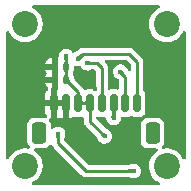
<source format=gbr>
G04 #@! TF.GenerationSoftware,KiCad,Pcbnew,(6.0.0)*
G04 #@! TF.CreationDate,2022-01-16T21:37:01+08:00*
G04 #@! TF.ProjectId,bldc_motor_encoder,626c6463-5f6d-46f7-946f-725f656e636f,rev?*
G04 #@! TF.SameCoordinates,Original*
G04 #@! TF.FileFunction,Copper,L1,Top*
G04 #@! TF.FilePolarity,Positive*
%FSLAX46Y46*%
G04 Gerber Fmt 4.6, Leading zero omitted, Abs format (unit mm)*
G04 Created by KiCad (PCBNEW (6.0.0)) date 2022-01-16 21:37:01*
%MOMM*%
%LPD*%
G01*
G04 APERTURE LIST*
G04 Aperture macros list*
%AMRoundRect*
0 Rectangle with rounded corners*
0 $1 Rounding radius*
0 $2 $3 $4 $5 $6 $7 $8 $9 X,Y pos of 4 corners*
0 Add a 4 corners polygon primitive as box body*
4,1,4,$2,$3,$4,$5,$6,$7,$8,$9,$2,$3,0*
0 Add four circle primitives for the rounded corners*
1,1,$1+$1,$2,$3*
1,1,$1+$1,$4,$5*
1,1,$1+$1,$6,$7*
1,1,$1+$1,$8,$9*
0 Add four rect primitives between the rounded corners*
20,1,$1+$1,$2,$3,$4,$5,0*
20,1,$1+$1,$4,$5,$6,$7,0*
20,1,$1+$1,$6,$7,$8,$9,0*
20,1,$1+$1,$8,$9,$2,$3,0*%
G04 Aperture macros list end*
G04 #@! TA.AperFunction,SMDPad,CuDef*
%ADD10RoundRect,0.250000X0.350000X0.650000X-0.350000X0.650000X-0.350000X-0.650000X0.350000X-0.650000X0*%
G04 #@! TD*
G04 #@! TA.AperFunction,SMDPad,CuDef*
%ADD11RoundRect,0.150000X0.150000X0.625000X-0.150000X0.625000X-0.150000X-0.625000X0.150000X-0.625000X0*%
G04 #@! TD*
G04 #@! TA.AperFunction,SMDPad,CuDef*
%ADD12RoundRect,0.140000X0.140000X0.170000X-0.140000X0.170000X-0.140000X-0.170000X0.140000X-0.170000X0*%
G04 #@! TD*
G04 #@! TA.AperFunction,ComponentPad*
%ADD13C,2.200000*%
G04 #@! TD*
G04 #@! TA.AperFunction,ViaPad*
%ADD14C,0.450000*%
G04 #@! TD*
G04 #@! TA.AperFunction,Conductor*
%ADD15C,0.250000*%
G04 #@! TD*
G04 APERTURE END LIST*
D10*
X112800000Y-95200000D03*
X103200000Y-95200000D03*
D11*
X104500000Y-92675000D03*
X105500000Y-92675000D03*
X106500000Y-92675000D03*
X107500000Y-92675000D03*
X108500000Y-92675000D03*
X109500000Y-92675000D03*
X110500000Y-92675000D03*
X111500000Y-92675000D03*
D12*
X104520000Y-89600000D03*
X105480000Y-89600000D03*
X105480000Y-90700000D03*
X104520000Y-90700000D03*
D13*
X102000000Y-86000000D03*
X102000000Y-98000000D03*
X114000000Y-98000000D03*
X114000000Y-86000000D03*
D14*
X108740000Y-95470000D03*
X105480000Y-88700000D03*
X104800000Y-95290000D03*
X111200000Y-98410000D03*
X107970000Y-91500000D03*
X105510000Y-94120000D03*
X106980000Y-94710000D03*
X109410000Y-90560000D03*
X107269650Y-89283139D03*
X109500000Y-93900000D03*
X110090000Y-90010000D03*
X106500000Y-88900000D03*
X103600000Y-92700000D03*
X103600000Y-90700000D03*
X103600000Y-89600000D03*
D15*
X106500000Y-92675000D02*
X107500000Y-92675000D01*
X107500000Y-94230000D02*
X108740000Y-95470000D01*
X107500000Y-92675000D02*
X107500000Y-94230000D01*
X105480000Y-89600000D02*
X105480000Y-88700000D01*
X104800000Y-96040000D02*
X107170000Y-98410000D01*
X104800000Y-95290000D02*
X104800000Y-96040000D01*
X107170000Y-98410000D02*
X111200000Y-98410000D01*
X105500000Y-94110000D02*
X105510000Y-94120000D01*
X105500000Y-92675000D02*
X105500000Y-94110000D01*
X110500000Y-90420000D02*
X110500000Y-92675000D01*
X110090000Y-90010000D02*
X110500000Y-90420000D01*
X108083139Y-89283139D02*
X108500000Y-89700000D01*
X107269650Y-89283139D02*
X108083139Y-89283139D01*
X108500000Y-89700000D02*
X108500000Y-92675000D01*
X111500000Y-89200000D02*
X111500000Y-92675000D01*
X110800000Y-88500000D02*
X111500000Y-89200000D01*
X106900000Y-88500000D02*
X110800000Y-88500000D01*
X106500000Y-88900000D02*
X106900000Y-88500000D01*
X109500000Y-92675000D02*
X109500000Y-93900000D01*
X103625000Y-92675000D02*
X103600000Y-92700000D01*
X104500000Y-92675000D02*
X103625000Y-92675000D01*
X106500000Y-91720000D02*
X105480000Y-90700000D01*
X106500000Y-92675000D02*
X106500000Y-91720000D01*
X104500000Y-92675000D02*
X104500000Y-90720000D01*
X104500000Y-90720000D02*
X104520000Y-90700000D01*
X104520000Y-90700000D02*
X103600000Y-90700000D01*
X104520000Y-89600000D02*
X103600000Y-89600000D01*
X105480000Y-89600000D02*
X105480000Y-90700000D01*
X104520000Y-89600000D02*
X104520000Y-90700000D01*
G04 #@! TA.AperFunction,Conductor*
G36*
X108522000Y-95075041D02*
G01*
X108549157Y-95101603D01*
X108580708Y-95130684D01*
X108609383Y-95154981D01*
X108636186Y-95175284D01*
X108650406Y-95184660D01*
X108661958Y-95192278D01*
X108661968Y-95192284D01*
X108662118Y-95192383D01*
X108662285Y-95192477D01*
X108688020Y-95206976D01*
X108688029Y-95206981D01*
X108688184Y-95207068D01*
X108715386Y-95220129D01*
X108715515Y-95220183D01*
X108715531Y-95220190D01*
X108744647Y-95232322D01*
X108744660Y-95232327D01*
X108744727Y-95232355D01*
X108777210Y-95244536D01*
X108777295Y-95244566D01*
X108806193Y-95254764D01*
X108812854Y-95260749D01*
X108813997Y-95265568D01*
X108819311Y-95537384D01*
X108816046Y-95545723D01*
X108807384Y-95549311D01*
X108535568Y-95543997D01*
X108527364Y-95540409D01*
X108524764Y-95536193D01*
X108514570Y-95507307D01*
X108514536Y-95507210D01*
X108502355Y-95474727D01*
X108502322Y-95474647D01*
X108490190Y-95445531D01*
X108490183Y-95445515D01*
X108490129Y-95445386D01*
X108477068Y-95418184D01*
X108462383Y-95392118D01*
X108462284Y-95391968D01*
X108462278Y-95391958D01*
X108454660Y-95380406D01*
X108445284Y-95366186D01*
X108424981Y-95339383D01*
X108400684Y-95310708D01*
X108371603Y-95279157D01*
X108345041Y-95251999D01*
X108341706Y-95243688D01*
X108345132Y-95235545D01*
X108505545Y-95075132D01*
X108513818Y-95071705D01*
X108522000Y-95075041D01*
G37*
G04 #@! TD.AperFunction*
G04 #@! TA.AperFunction,Conductor*
G36*
X105488433Y-88596269D02*
G01*
X105676879Y-88792230D01*
X105680144Y-88800569D01*
X105679001Y-88805389D01*
X105665739Y-88833115D01*
X105651383Y-88864697D01*
X105651337Y-88864808D01*
X105651336Y-88864811D01*
X105639334Y-88893960D01*
X105639328Y-88893976D01*
X105639281Y-88894090D01*
X105629281Y-88922560D01*
X105621234Y-88951375D01*
X105614987Y-88981803D01*
X105610391Y-89015112D01*
X105607295Y-89052569D01*
X105605548Y-89095443D01*
X105605000Y-89145000D01*
X105355000Y-89145000D01*
X105354451Y-89095443D01*
X105352704Y-89052569D01*
X105349608Y-89015112D01*
X105345012Y-88981803D01*
X105338765Y-88951375D01*
X105330718Y-88922560D01*
X105320718Y-88894090D01*
X105320671Y-88893976D01*
X105320665Y-88893960D01*
X105308663Y-88864811D01*
X105308662Y-88864808D01*
X105308616Y-88864697D01*
X105294260Y-88833115D01*
X105280998Y-88805388D01*
X105280520Y-88796448D01*
X105283120Y-88792231D01*
X105471567Y-88596269D01*
X105479771Y-88592681D01*
X105488433Y-88596269D01*
G37*
G04 #@! TD.AperFunction*
G04 #@! TA.AperFunction,Conductor*
G36*
X104808433Y-95186269D02*
G01*
X104996879Y-95382230D01*
X105000144Y-95390569D01*
X104999001Y-95395389D01*
X104985739Y-95423115D01*
X104971383Y-95454697D01*
X104971337Y-95454808D01*
X104971336Y-95454811D01*
X104959334Y-95483960D01*
X104959328Y-95483976D01*
X104959281Y-95484090D01*
X104949281Y-95512560D01*
X104941234Y-95541375D01*
X104934987Y-95571803D01*
X104930391Y-95605112D01*
X104927295Y-95642569D01*
X104925548Y-95685443D01*
X104925547Y-95685545D01*
X104925128Y-95723429D01*
X104921610Y-95731664D01*
X104913429Y-95735000D01*
X104686571Y-95735000D01*
X104678298Y-95731573D01*
X104674872Y-95723430D01*
X104674452Y-95685545D01*
X104674451Y-95685443D01*
X104672704Y-95642569D01*
X104669608Y-95605112D01*
X104665012Y-95571803D01*
X104658765Y-95541375D01*
X104650718Y-95512560D01*
X104640718Y-95484090D01*
X104640671Y-95483976D01*
X104640665Y-95483960D01*
X104628663Y-95454811D01*
X104628662Y-95454808D01*
X104628616Y-95454697D01*
X104614260Y-95423115D01*
X104600998Y-95395388D01*
X104600520Y-95386448D01*
X104603120Y-95382231D01*
X104791567Y-95186269D01*
X104799771Y-95182681D01*
X104808433Y-95186269D01*
G37*
G04 #@! TD.AperFunction*
G04 #@! TA.AperFunction,Conductor*
G36*
X111107769Y-98213120D02*
G01*
X111303731Y-98401567D01*
X111307319Y-98409771D01*
X111303731Y-98418433D01*
X111107770Y-98606879D01*
X111099431Y-98610144D01*
X111094612Y-98609001D01*
X111066924Y-98595758D01*
X111066884Y-98595739D01*
X111035415Y-98581434D01*
X111035399Y-98581427D01*
X111035302Y-98581383D01*
X111035188Y-98581336D01*
X111006039Y-98569334D01*
X111006023Y-98569328D01*
X111005909Y-98569281D01*
X110977439Y-98559281D01*
X110977264Y-98559232D01*
X110948811Y-98551286D01*
X110948805Y-98551285D01*
X110948624Y-98551234D01*
X110918196Y-98544987D01*
X110918015Y-98544962D01*
X110885069Y-98540416D01*
X110885065Y-98540416D01*
X110884887Y-98540391D01*
X110871967Y-98539323D01*
X110847566Y-98537306D01*
X110847554Y-98537305D01*
X110847430Y-98537295D01*
X110847307Y-98537290D01*
X110847291Y-98537289D01*
X110804658Y-98535552D01*
X110804648Y-98535552D01*
X110804556Y-98535548D01*
X110766571Y-98535128D01*
X110758336Y-98531610D01*
X110755000Y-98523429D01*
X110755000Y-98296571D01*
X110758427Y-98288298D01*
X110766570Y-98284872D01*
X110788402Y-98284630D01*
X110804556Y-98284451D01*
X110804646Y-98284447D01*
X110804660Y-98284447D01*
X110847291Y-98282710D01*
X110847307Y-98282709D01*
X110847430Y-98282704D01*
X110847554Y-98282694D01*
X110847566Y-98282693D01*
X110871967Y-98280676D01*
X110884887Y-98279608D01*
X110885065Y-98279583D01*
X110885069Y-98279583D01*
X110918015Y-98275037D01*
X110918016Y-98275037D01*
X110918196Y-98275012D01*
X110948624Y-98268765D01*
X110948805Y-98268714D01*
X110948811Y-98268713D01*
X110977264Y-98260767D01*
X110977267Y-98260766D01*
X110977439Y-98260718D01*
X111005909Y-98250718D01*
X111006023Y-98250671D01*
X111006039Y-98250665D01*
X111035188Y-98238663D01*
X111035191Y-98238662D01*
X111035302Y-98238616D01*
X111035399Y-98238572D01*
X111035415Y-98238565D01*
X111066831Y-98224284D01*
X111066884Y-98224260D01*
X111066908Y-98224248D01*
X111066933Y-98224237D01*
X111090175Y-98213120D01*
X111094612Y-98210998D01*
X111103553Y-98210520D01*
X111107769Y-98213120D01*
G37*
G04 #@! TD.AperFunction*
G04 #@! TA.AperFunction,Conductor*
G36*
X105625547Y-93714948D02*
G01*
X105627317Y-93758226D01*
X105630496Y-93796074D01*
X105635273Y-93829733D01*
X105641836Y-93860444D01*
X105650375Y-93889449D01*
X105661077Y-93917988D01*
X105674131Y-93947302D01*
X105689725Y-93978633D01*
X105708048Y-94013222D01*
X105514886Y-94232393D01*
X105303432Y-94030814D01*
X105319348Y-93993379D01*
X105332860Y-93959739D01*
X105344139Y-93928542D01*
X105353357Y-93898436D01*
X105360686Y-93868069D01*
X105366297Y-93836089D01*
X105370362Y-93801144D01*
X105373053Y-93761882D01*
X105374541Y-93716951D01*
X105375000Y-93665000D01*
X105625000Y-93665000D01*
X105625547Y-93714948D01*
G37*
G04 #@! TD.AperFunction*
G04 #@! TA.AperFunction,Conductor*
G36*
X110294432Y-89936003D02*
G01*
X110302636Y-89939591D01*
X110305236Y-89943808D01*
X110315463Y-89972789D01*
X110327644Y-90005272D01*
X110327672Y-90005339D01*
X110327677Y-90005352D01*
X110339809Y-90034468D01*
X110339816Y-90034484D01*
X110339870Y-90034613D01*
X110352931Y-90061815D01*
X110367616Y-90087881D01*
X110367715Y-90088031D01*
X110367721Y-90088041D01*
X110375339Y-90099593D01*
X110384715Y-90113813D01*
X110405018Y-90140616D01*
X110429315Y-90169291D01*
X110458396Y-90200842D01*
X110458449Y-90200896D01*
X110484959Y-90228001D01*
X110488294Y-90236312D01*
X110484868Y-90244455D01*
X110324455Y-90404868D01*
X110316182Y-90408295D01*
X110308001Y-90404959D01*
X110280896Y-90378449D01*
X110280842Y-90378396D01*
X110249291Y-90349315D01*
X110220616Y-90325018D01*
X110193813Y-90304715D01*
X110179593Y-90295339D01*
X110168041Y-90287721D01*
X110168031Y-90287715D01*
X110167881Y-90287616D01*
X110163188Y-90284972D01*
X110141979Y-90273023D01*
X110141970Y-90273018D01*
X110141815Y-90272931D01*
X110114613Y-90259870D01*
X110114484Y-90259816D01*
X110114468Y-90259809D01*
X110085352Y-90247677D01*
X110085339Y-90247672D01*
X110085272Y-90247644D01*
X110052789Y-90235463D01*
X110031643Y-90228001D01*
X110023808Y-90225236D01*
X110017146Y-90219252D01*
X110016003Y-90214432D01*
X110010689Y-89942616D01*
X110013954Y-89934277D01*
X110022616Y-89930689D01*
X110294432Y-89936003D01*
G37*
G04 #@! TD.AperFunction*
G04 #@! TA.AperFunction,Conductor*
G36*
X107375037Y-89084136D02*
G01*
X107402765Y-89097399D01*
X107402818Y-89097423D01*
X107434234Y-89111704D01*
X107434250Y-89111711D01*
X107434347Y-89111755D01*
X107434458Y-89111801D01*
X107434461Y-89111802D01*
X107463610Y-89123804D01*
X107463626Y-89123810D01*
X107463740Y-89123857D01*
X107492210Y-89133857D01*
X107492382Y-89133905D01*
X107492385Y-89133906D01*
X107520838Y-89141852D01*
X107520844Y-89141853D01*
X107521025Y-89141904D01*
X107551453Y-89148151D01*
X107551633Y-89148176D01*
X107551634Y-89148176D01*
X107584580Y-89152722D01*
X107584584Y-89152722D01*
X107584762Y-89152747D01*
X107597682Y-89153815D01*
X107622083Y-89155832D01*
X107622095Y-89155833D01*
X107622219Y-89155843D01*
X107622342Y-89155848D01*
X107622358Y-89155849D01*
X107664989Y-89157586D01*
X107665003Y-89157586D01*
X107665093Y-89157590D01*
X107681382Y-89157770D01*
X107703080Y-89158011D01*
X107711314Y-89161529D01*
X107714650Y-89169710D01*
X107714650Y-89396568D01*
X107711223Y-89404841D01*
X107703079Y-89408267D01*
X107665093Y-89408687D01*
X107665001Y-89408691D01*
X107664991Y-89408691D01*
X107622358Y-89410428D01*
X107622342Y-89410429D01*
X107622219Y-89410434D01*
X107622095Y-89410444D01*
X107622083Y-89410445D01*
X107597682Y-89412462D01*
X107584762Y-89413530D01*
X107584584Y-89413555D01*
X107584580Y-89413555D01*
X107551634Y-89418101D01*
X107551453Y-89418126D01*
X107521025Y-89424373D01*
X107520844Y-89424424D01*
X107520838Y-89424425D01*
X107492385Y-89432371D01*
X107492210Y-89432420D01*
X107463740Y-89442420D01*
X107463626Y-89442467D01*
X107463610Y-89442473D01*
X107434461Y-89454475D01*
X107434347Y-89454522D01*
X107434250Y-89454566D01*
X107434234Y-89454573D01*
X107402765Y-89468878D01*
X107375039Y-89482140D01*
X107366097Y-89482618D01*
X107361880Y-89480018D01*
X107165919Y-89291572D01*
X107162331Y-89283368D01*
X107165919Y-89274706D01*
X107361881Y-89086259D01*
X107370220Y-89082994D01*
X107375037Y-89084136D01*
G37*
G04 #@! TD.AperFunction*
G04 #@! TA.AperFunction,Conductor*
G36*
X106734455Y-88505132D02*
G01*
X106894868Y-88665545D01*
X106898295Y-88673818D01*
X106894959Y-88681999D01*
X106868396Y-88709157D01*
X106839315Y-88740708D01*
X106815018Y-88769383D01*
X106794715Y-88796186D01*
X106785339Y-88810406D01*
X106777721Y-88821958D01*
X106777715Y-88821968D01*
X106777616Y-88822118D01*
X106762931Y-88848184D01*
X106749870Y-88875386D01*
X106749816Y-88875515D01*
X106749809Y-88875531D01*
X106737677Y-88904647D01*
X106737644Y-88904727D01*
X106725463Y-88937210D01*
X106725429Y-88937307D01*
X106715236Y-88966192D01*
X106709252Y-88972854D01*
X106704432Y-88973997D01*
X106432616Y-88979311D01*
X106424277Y-88976046D01*
X106420689Y-88967384D01*
X106426003Y-88695568D01*
X106429591Y-88687364D01*
X106433807Y-88684764D01*
X106446384Y-88680325D01*
X106462789Y-88674536D01*
X106495272Y-88662355D01*
X106495339Y-88662327D01*
X106495352Y-88662322D01*
X106524468Y-88650190D01*
X106524484Y-88650183D01*
X106524613Y-88650129D01*
X106551815Y-88637068D01*
X106551970Y-88636981D01*
X106551979Y-88636976D01*
X106577714Y-88622477D01*
X106577881Y-88622383D01*
X106578031Y-88622284D01*
X106578041Y-88622278D01*
X106589593Y-88614660D01*
X106603813Y-88605284D01*
X106630616Y-88584981D01*
X106659291Y-88560684D01*
X106690842Y-88531603D01*
X106718002Y-88505040D01*
X106726312Y-88501706D01*
X106734455Y-88505132D01*
G37*
G04 #@! TD.AperFunction*
G04 #@! TA.AperFunction,Conductor*
G36*
X109621702Y-93458427D02*
G01*
X109625128Y-93466570D01*
X109625548Y-93504556D01*
X109627295Y-93547430D01*
X109630391Y-93584887D01*
X109634987Y-93618196D01*
X109641234Y-93648624D01*
X109649281Y-93677439D01*
X109659281Y-93705909D01*
X109659328Y-93706023D01*
X109659334Y-93706039D01*
X109671336Y-93735188D01*
X109671383Y-93735302D01*
X109671427Y-93735399D01*
X109671434Y-93735415D01*
X109685734Y-93766873D01*
X109685758Y-93766924D01*
X109699001Y-93794612D01*
X109699479Y-93803554D01*
X109696879Y-93807770D01*
X109508433Y-94003731D01*
X109500229Y-94007319D01*
X109491567Y-94003731D01*
X109303120Y-93807769D01*
X109299855Y-93799430D01*
X109300998Y-93794611D01*
X109314237Y-93766933D01*
X109314284Y-93766831D01*
X109328565Y-93735415D01*
X109328572Y-93735399D01*
X109328616Y-93735302D01*
X109328663Y-93735188D01*
X109340665Y-93706039D01*
X109340671Y-93706023D01*
X109340718Y-93705909D01*
X109350718Y-93677439D01*
X109358765Y-93648624D01*
X109365012Y-93618196D01*
X109369608Y-93584887D01*
X109372704Y-93547430D01*
X109374451Y-93504556D01*
X109374872Y-93466570D01*
X109378390Y-93458336D01*
X109386571Y-93455000D01*
X109613429Y-93455000D01*
X109621702Y-93458427D01*
G37*
G04 #@! TD.AperFunction*
G04 #@! TA.AperFunction,Conductor*
G36*
X103714207Y-92501591D02*
G01*
X103749160Y-92513241D01*
X103781389Y-92522997D01*
X103812315Y-92530999D01*
X103843357Y-92537387D01*
X103875935Y-92542300D01*
X103911468Y-92545878D01*
X103951377Y-92548261D01*
X103997081Y-92549588D01*
X104050000Y-92550000D01*
X104050000Y-92800000D01*
X104002194Y-92800624D01*
X103960714Y-92802622D01*
X103924421Y-92806179D01*
X103892174Y-92811483D01*
X103862833Y-92818720D01*
X103835260Y-92828077D01*
X103808313Y-92839740D01*
X103780853Y-92853895D01*
X103751741Y-92870729D01*
X103719837Y-92890430D01*
X103488189Y-92712423D01*
X103675112Y-92487908D01*
X103714207Y-92501591D01*
G37*
G04 #@! TD.AperFunction*
G04 #@! TA.AperFunction,Conductor*
G36*
X103733115Y-90514260D02*
G01*
X103764697Y-90528616D01*
X103794090Y-90540718D01*
X103822560Y-90550718D01*
X103851375Y-90558765D01*
X103881803Y-90565012D01*
X103915112Y-90569608D01*
X103952569Y-90572704D01*
X103995443Y-90574451D01*
X104045000Y-90575000D01*
X104045000Y-90825000D01*
X103995443Y-90825548D01*
X103952569Y-90827295D01*
X103915112Y-90830391D01*
X103881803Y-90834987D01*
X103851375Y-90841234D01*
X103822560Y-90849281D01*
X103794090Y-90859281D01*
X103764697Y-90871383D01*
X103733115Y-90885739D01*
X103698075Y-90902500D01*
X103487500Y-90700000D01*
X103698075Y-90497500D01*
X103733115Y-90514260D01*
G37*
G04 #@! TD.AperFunction*
G04 #@! TA.AperFunction,Conductor*
G36*
X103733115Y-89414260D02*
G01*
X103764697Y-89428616D01*
X103794090Y-89440718D01*
X103822560Y-89450718D01*
X103851375Y-89458765D01*
X103881803Y-89465012D01*
X103915112Y-89469608D01*
X103952569Y-89472704D01*
X103995443Y-89474451D01*
X104045000Y-89475000D01*
X104045000Y-89725000D01*
X103995443Y-89725548D01*
X103952569Y-89727295D01*
X103915112Y-89730391D01*
X103881803Y-89734987D01*
X103851375Y-89741234D01*
X103822560Y-89749281D01*
X103794090Y-89759281D01*
X103764697Y-89771383D01*
X103733115Y-89785739D01*
X103698075Y-89802500D01*
X103487500Y-89600000D01*
X103698075Y-89397500D01*
X103733115Y-89414260D01*
G37*
G04 #@! TD.AperFunction*
G04 #@! TA.AperFunction,Conductor*
G36*
X104772000Y-89722049D02*
G01*
X104749073Y-89768000D01*
X104728181Y-89808331D01*
X104709413Y-89844886D01*
X104692859Y-89879509D01*
X104678606Y-89914046D01*
X104666746Y-89950341D01*
X104657365Y-89990239D01*
X104650555Y-90035585D01*
X104646403Y-90088223D01*
X104645000Y-90150000D01*
X104395000Y-90150000D01*
X104393596Y-90088223D01*
X104389444Y-90035585D01*
X104382634Y-89990239D01*
X104373253Y-89950341D01*
X104361393Y-89914046D01*
X104347140Y-89879509D01*
X104330586Y-89844886D01*
X104311818Y-89808331D01*
X104290926Y-89768000D01*
X104268000Y-89722049D01*
X104520000Y-89460000D01*
X104772000Y-89722049D01*
G37*
G04 #@! TD.AperFunction*
G04 #@! TA.AperFunction,Conductor*
G36*
X104646403Y-90211776D02*
G01*
X104650555Y-90264414D01*
X104657365Y-90309760D01*
X104666746Y-90349658D01*
X104678606Y-90385953D01*
X104692859Y-90420490D01*
X104709413Y-90455113D01*
X104728181Y-90491668D01*
X104749073Y-90531999D01*
X104772000Y-90577951D01*
X104520000Y-90840000D01*
X104268000Y-90577951D01*
X104290926Y-90531999D01*
X104311818Y-90491668D01*
X104330586Y-90455113D01*
X104347140Y-90420490D01*
X104361393Y-90385953D01*
X104373253Y-90349658D01*
X104382634Y-90309760D01*
X104389444Y-90264414D01*
X104393596Y-90211776D01*
X104395000Y-90150000D01*
X104645000Y-90150000D01*
X104646403Y-90211776D01*
G37*
G04 #@! TD.AperFunction*
G04 #@! TA.AperFunction,Conductor*
G36*
X106680756Y-92430192D02*
G01*
X106722512Y-92452487D01*
X106724044Y-92453305D01*
X106724361Y-92453474D01*
X106724408Y-92453500D01*
X106763606Y-92474655D01*
X106763629Y-92474666D01*
X106763637Y-92474671D01*
X106800639Y-92493608D01*
X106837421Y-92510111D01*
X106837616Y-92510181D01*
X106837623Y-92510184D01*
X106875798Y-92523918D01*
X106875806Y-92523921D01*
X106876041Y-92524005D01*
X106876280Y-92524068D01*
X106876285Y-92524069D01*
X106918299Y-92535050D01*
X106918307Y-92535052D01*
X106918553Y-92535116D01*
X106918812Y-92535160D01*
X106918814Y-92535160D01*
X106923576Y-92535961D01*
X106967013Y-92543268D01*
X106967235Y-92543288D01*
X106967237Y-92543288D01*
X106999482Y-92546155D01*
X106999999Y-92546201D01*
X107000001Y-92546201D01*
X107023477Y-92548288D01*
X107090000Y-92550000D01*
X107090000Y-92800000D01*
X107023477Y-92801711D01*
X107000001Y-92803798D01*
X106999999Y-92803798D01*
X106999482Y-92803844D01*
X106967237Y-92806711D01*
X106967235Y-92806711D01*
X106967013Y-92806731D01*
X106966793Y-92806768D01*
X106918814Y-92814839D01*
X106918812Y-92814839D01*
X106918553Y-92814883D01*
X106918307Y-92814947D01*
X106918299Y-92814949D01*
X106876285Y-92825930D01*
X106876280Y-92825931D01*
X106876041Y-92825994D01*
X106875806Y-92826078D01*
X106875798Y-92826081D01*
X106837623Y-92839815D01*
X106837616Y-92839818D01*
X106837421Y-92839888D01*
X106800639Y-92856391D01*
X106763637Y-92875328D01*
X106763615Y-92875340D01*
X106763607Y-92875344D01*
X106724407Y-92896500D01*
X106724361Y-92896525D01*
X106680857Y-92919753D01*
X106680611Y-92919880D01*
X106638167Y-92941270D01*
X106629237Y-92941933D01*
X106624792Y-92939255D01*
X106580332Y-92896500D01*
X106356409Y-92681164D01*
X106354330Y-92676409D01*
X106353792Y-92676620D01*
X106352294Y-92672794D01*
X106630766Y-92405000D01*
X106680756Y-92430192D01*
G37*
G04 #@! TD.AperFunction*
G04 #@! TA.AperFunction,Conductor*
G36*
X107375208Y-92410745D02*
G01*
X107395487Y-92430246D01*
X107643591Y-92668836D01*
X107645670Y-92673591D01*
X107646208Y-92673380D01*
X107647706Y-92677206D01*
X107369234Y-92945000D01*
X107319243Y-92919807D01*
X107275638Y-92896525D01*
X107275591Y-92896499D01*
X107236393Y-92875344D01*
X107236370Y-92875333D01*
X107236362Y-92875328D01*
X107199360Y-92856391D01*
X107162578Y-92839888D01*
X107162383Y-92839818D01*
X107162376Y-92839815D01*
X107124201Y-92826081D01*
X107124193Y-92826078D01*
X107123958Y-92825994D01*
X107123719Y-92825931D01*
X107123714Y-92825930D01*
X107081700Y-92814949D01*
X107081692Y-92814947D01*
X107081446Y-92814883D01*
X107081187Y-92814839D01*
X107081185Y-92814839D01*
X107033206Y-92806768D01*
X107032986Y-92806731D01*
X107032764Y-92806711D01*
X107032762Y-92806711D01*
X107000516Y-92803844D01*
X106999999Y-92803798D01*
X106999998Y-92803798D01*
X106976522Y-92801711D01*
X106910000Y-92800000D01*
X106910000Y-92550000D01*
X106976522Y-92548288D01*
X106999998Y-92546201D01*
X106999999Y-92546201D01*
X107000516Y-92546155D01*
X107032762Y-92543288D01*
X107032764Y-92543288D01*
X107032986Y-92543268D01*
X107053816Y-92539764D01*
X107081185Y-92535160D01*
X107081187Y-92535160D01*
X107081446Y-92535116D01*
X107081692Y-92535052D01*
X107081700Y-92535050D01*
X107123714Y-92524069D01*
X107123719Y-92524068D01*
X107123958Y-92524005D01*
X107124193Y-92523921D01*
X107124201Y-92523918D01*
X107162376Y-92510184D01*
X107162383Y-92510181D01*
X107162578Y-92510111D01*
X107199360Y-92493608D01*
X107236362Y-92474671D01*
X107275638Y-92453474D01*
X107319142Y-92430246D01*
X107319388Y-92430119D01*
X107361833Y-92408730D01*
X107370763Y-92408067D01*
X107375208Y-92410745D01*
G37*
G04 #@! TD.AperFunction*
G04 #@! TA.AperFunction,Conductor*
G36*
X107501236Y-92528640D02*
G01*
X107501994Y-92528625D01*
X107506165Y-92531411D01*
X107648625Y-92679551D01*
X107764255Y-92799792D01*
X107767520Y-92808131D01*
X107766270Y-92813167D01*
X107744880Y-92855611D01*
X107744753Y-92855857D01*
X107721525Y-92899361D01*
X107700328Y-92938637D01*
X107681391Y-92975639D01*
X107664888Y-93012421D01*
X107650994Y-93051041D01*
X107639883Y-93093553D01*
X107631731Y-93142013D01*
X107626711Y-93198477D01*
X107626706Y-93198660D01*
X107626706Y-93198665D01*
X107625293Y-93253601D01*
X107621655Y-93261783D01*
X107613597Y-93265000D01*
X107386403Y-93265000D01*
X107378130Y-93261573D01*
X107374707Y-93253601D01*
X107373293Y-93198665D01*
X107373293Y-93198660D01*
X107373288Y-93198477D01*
X107368268Y-93142013D01*
X107360116Y-93093553D01*
X107349005Y-93051041D01*
X107335111Y-93012421D01*
X107318608Y-92975639D01*
X107299671Y-92938637D01*
X107278500Y-92899408D01*
X107278474Y-92899361D01*
X107278305Y-92899044D01*
X107278304Y-92899043D01*
X107255192Y-92855756D01*
X107230000Y-92805766D01*
X107497795Y-92527293D01*
X107501236Y-92528640D01*
G37*
G04 #@! TD.AperFunction*
G04 #@! TA.AperFunction,Conductor*
G36*
X105606403Y-89111776D02*
G01*
X105610555Y-89164414D01*
X105617365Y-89209760D01*
X105626746Y-89249658D01*
X105638606Y-89285953D01*
X105652859Y-89320490D01*
X105669413Y-89355113D01*
X105688181Y-89391668D01*
X105709073Y-89431999D01*
X105728316Y-89470568D01*
X105728943Y-89479498D01*
X105726280Y-89483899D01*
X105480000Y-89740000D01*
X105233720Y-89483899D01*
X105230455Y-89475560D01*
X105231684Y-89470566D01*
X105231685Y-89470565D01*
X105250926Y-89431999D01*
X105271818Y-89391668D01*
X105290586Y-89355113D01*
X105307140Y-89320490D01*
X105321393Y-89285953D01*
X105333253Y-89249658D01*
X105342634Y-89209760D01*
X105349444Y-89164414D01*
X105353596Y-89111776D01*
X105355000Y-89050000D01*
X105605000Y-89050000D01*
X105606403Y-89111776D01*
G37*
G04 #@! TD.AperFunction*
G04 #@! TA.AperFunction,Conductor*
G36*
X105770000Y-92805766D02*
G01*
X105744807Y-92855756D01*
X105721525Y-92899361D01*
X105700328Y-92938637D01*
X105681391Y-92975639D01*
X105664888Y-93012421D01*
X105650994Y-93051041D01*
X105639883Y-93093553D01*
X105631731Y-93142013D01*
X105626711Y-93198477D01*
X105625000Y-93265000D01*
X105375000Y-93265000D01*
X105373288Y-93198477D01*
X105368268Y-93142013D01*
X105360116Y-93093553D01*
X105349005Y-93051041D01*
X105335111Y-93012421D01*
X105318608Y-92975639D01*
X105299671Y-92938637D01*
X105278474Y-92899361D01*
X105255192Y-92855756D01*
X105230000Y-92805766D01*
X105500000Y-92525000D01*
X105770000Y-92805766D01*
G37*
G04 #@! TD.AperFunction*
G04 #@! TA.AperFunction,Conductor*
G36*
X110621870Y-92088427D02*
G01*
X110625293Y-92096399D01*
X110626711Y-92151522D01*
X110631731Y-92207986D01*
X110639883Y-92256446D01*
X110650994Y-92298958D01*
X110664888Y-92337578D01*
X110681391Y-92374360D01*
X110681457Y-92374490D01*
X110681458Y-92374491D01*
X110700309Y-92411324D01*
X110700328Y-92411362D01*
X110721500Y-92450592D01*
X110721525Y-92450638D01*
X110744753Y-92494142D01*
X110744880Y-92494388D01*
X110766270Y-92536833D01*
X110766933Y-92545763D01*
X110764255Y-92550208D01*
X110508433Y-92816231D01*
X110500229Y-92819819D01*
X110491567Y-92816231D01*
X110235745Y-92550208D01*
X110232480Y-92541869D01*
X110233730Y-92536833D01*
X110255119Y-92494388D01*
X110255246Y-92494142D01*
X110278449Y-92450684D01*
X110278474Y-92450638D01*
X110299671Y-92411362D01*
X110299690Y-92411324D01*
X110318541Y-92374491D01*
X110318542Y-92374490D01*
X110318608Y-92374360D01*
X110335111Y-92337578D01*
X110349005Y-92298958D01*
X110360116Y-92256446D01*
X110368268Y-92207986D01*
X110373288Y-92151522D01*
X110374707Y-92096399D01*
X110378345Y-92088217D01*
X110386403Y-92085000D01*
X110613597Y-92085000D01*
X110621870Y-92088427D01*
G37*
G04 #@! TD.AperFunction*
G04 #@! TA.AperFunction,Conductor*
G36*
X108621870Y-92088427D02*
G01*
X108625293Y-92096399D01*
X108626711Y-92151522D01*
X108631731Y-92207986D01*
X108639883Y-92256446D01*
X108650994Y-92298958D01*
X108664888Y-92337578D01*
X108681391Y-92374360D01*
X108681457Y-92374490D01*
X108681458Y-92374491D01*
X108700309Y-92411324D01*
X108700328Y-92411362D01*
X108721500Y-92450592D01*
X108721525Y-92450638D01*
X108744753Y-92494142D01*
X108744880Y-92494388D01*
X108766270Y-92536833D01*
X108766933Y-92545763D01*
X108764255Y-92550208D01*
X108508433Y-92816231D01*
X108500229Y-92819819D01*
X108491567Y-92816231D01*
X108235745Y-92550208D01*
X108232480Y-92541869D01*
X108233730Y-92536833D01*
X108255119Y-92494388D01*
X108255246Y-92494142D01*
X108278449Y-92450684D01*
X108278474Y-92450638D01*
X108299671Y-92411362D01*
X108299690Y-92411324D01*
X108318541Y-92374491D01*
X108318542Y-92374490D01*
X108318608Y-92374360D01*
X108335111Y-92337578D01*
X108349005Y-92298958D01*
X108360116Y-92256446D01*
X108368268Y-92207986D01*
X108373288Y-92151522D01*
X108374707Y-92096399D01*
X108378345Y-92088217D01*
X108386403Y-92085000D01*
X108613597Y-92085000D01*
X108621870Y-92088427D01*
G37*
G04 #@! TD.AperFunction*
G04 #@! TA.AperFunction,Conductor*
G36*
X111621870Y-92088427D02*
G01*
X111625293Y-92096399D01*
X111626711Y-92151522D01*
X111631731Y-92207986D01*
X111639883Y-92256446D01*
X111650994Y-92298958D01*
X111664888Y-92337578D01*
X111681391Y-92374360D01*
X111681457Y-92374490D01*
X111681458Y-92374491D01*
X111700309Y-92411324D01*
X111700328Y-92411362D01*
X111721500Y-92450592D01*
X111721525Y-92450638D01*
X111744753Y-92494142D01*
X111744880Y-92494388D01*
X111766270Y-92536833D01*
X111766933Y-92545763D01*
X111764255Y-92550208D01*
X111508433Y-92816231D01*
X111500229Y-92819819D01*
X111491567Y-92816231D01*
X111235745Y-92550208D01*
X111232480Y-92541869D01*
X111233730Y-92536833D01*
X111255119Y-92494388D01*
X111255246Y-92494142D01*
X111278449Y-92450684D01*
X111278474Y-92450638D01*
X111299671Y-92411362D01*
X111299690Y-92411324D01*
X111318541Y-92374491D01*
X111318542Y-92374490D01*
X111318608Y-92374360D01*
X111335111Y-92337578D01*
X111349005Y-92298958D01*
X111360116Y-92256446D01*
X111368268Y-92207986D01*
X111373288Y-92151522D01*
X111374707Y-92096399D01*
X111378345Y-92088217D01*
X111386403Y-92085000D01*
X111613597Y-92085000D01*
X111621870Y-92088427D01*
G37*
G04 #@! TD.AperFunction*
G04 #@! TA.AperFunction,Conductor*
G36*
X109508433Y-92533769D02*
G01*
X109764255Y-92799792D01*
X109767520Y-92808131D01*
X109766270Y-92813167D01*
X109744880Y-92855611D01*
X109744753Y-92855857D01*
X109721525Y-92899361D01*
X109700328Y-92938637D01*
X109681391Y-92975639D01*
X109664888Y-93012421D01*
X109650994Y-93051041D01*
X109639883Y-93093553D01*
X109631731Y-93142013D01*
X109626711Y-93198477D01*
X109626706Y-93198660D01*
X109626706Y-93198665D01*
X109625293Y-93253601D01*
X109621655Y-93261783D01*
X109613597Y-93265000D01*
X109386403Y-93265000D01*
X109378130Y-93261573D01*
X109374707Y-93253601D01*
X109373293Y-93198665D01*
X109373293Y-93198660D01*
X109373288Y-93198477D01*
X109368268Y-93142013D01*
X109360116Y-93093553D01*
X109349005Y-93051041D01*
X109335111Y-93012421D01*
X109318608Y-92975639D01*
X109299671Y-92938637D01*
X109278474Y-92899361D01*
X109255246Y-92855857D01*
X109255119Y-92855611D01*
X109233730Y-92813167D01*
X109233067Y-92804237D01*
X109235745Y-92799792D01*
X109491567Y-92533769D01*
X109499771Y-92530181D01*
X109508433Y-92533769D01*
G37*
G04 #@! TD.AperFunction*
G04 #@! TA.AperFunction,Conductor*
G36*
X104650000Y-92675000D02*
G01*
X104369234Y-92945000D01*
X104319243Y-92919807D01*
X104275638Y-92896525D01*
X104236362Y-92875328D01*
X104199360Y-92856391D01*
X104162578Y-92839888D01*
X104123958Y-92825994D01*
X104081446Y-92814883D01*
X104032986Y-92806731D01*
X103976522Y-92801711D01*
X103910000Y-92800000D01*
X103910000Y-92550000D01*
X103976522Y-92548288D01*
X104032986Y-92543268D01*
X104081446Y-92535116D01*
X104123958Y-92524005D01*
X104162578Y-92510111D01*
X104199360Y-92493608D01*
X104236362Y-92474671D01*
X104275638Y-92453474D01*
X104319243Y-92430192D01*
X104369234Y-92405000D01*
X104650000Y-92675000D01*
G37*
G04 #@! TD.AperFunction*
G04 #@! TA.AperFunction,Conductor*
G36*
X105703762Y-90607315D02*
G01*
X105716939Y-90607573D01*
X105736242Y-90607950D01*
X105744446Y-90611538D01*
X105747109Y-90615939D01*
X105760740Y-90656716D01*
X105760792Y-90656875D01*
X105774518Y-90700106D01*
X105787095Y-90739224D01*
X105787109Y-90739263D01*
X105787116Y-90739285D01*
X105788106Y-90742088D01*
X105799872Y-90775412D01*
X105814215Y-90809911D01*
X105831493Y-90843962D01*
X105853072Y-90878807D01*
X105880321Y-90915687D01*
X105914606Y-90955844D01*
X105914707Y-90955950D01*
X105914719Y-90955963D01*
X105925370Y-90967109D01*
X105949395Y-90992251D01*
X105952633Y-91000599D01*
X105949209Y-91008606D01*
X105788606Y-91169209D01*
X105780333Y-91172636D01*
X105772251Y-91169395D01*
X105755788Y-91153664D01*
X105735963Y-91134719D01*
X105735950Y-91134707D01*
X105735844Y-91134606D01*
X105695687Y-91100321D01*
X105658807Y-91073072D01*
X105623962Y-91051493D01*
X105623751Y-91051386D01*
X105623744Y-91051382D01*
X105590100Y-91034311D01*
X105589911Y-91034215D01*
X105555412Y-91019872D01*
X105554116Y-91019414D01*
X105519285Y-91007116D01*
X105519263Y-91007109D01*
X105519224Y-91007095D01*
X105480106Y-90994518D01*
X105436875Y-90980792D01*
X105436716Y-90980740D01*
X105395939Y-90967109D01*
X105389179Y-90961236D01*
X105387950Y-90956242D01*
X105383764Y-90742088D01*
X105383721Y-90739881D01*
X105381006Y-90601006D01*
X105703762Y-90607315D01*
G37*
G04 #@! TD.AperFunction*
G04 #@! TA.AperFunction,Conductor*
G36*
X106621870Y-92088427D02*
G01*
X106625293Y-92096399D01*
X106626711Y-92151522D01*
X106631731Y-92207986D01*
X106639883Y-92256446D01*
X106650994Y-92298958D01*
X106664888Y-92337578D01*
X106681391Y-92374360D01*
X106681457Y-92374490D01*
X106681458Y-92374491D01*
X106700309Y-92411324D01*
X106700328Y-92411362D01*
X106721499Y-92450591D01*
X106721525Y-92450638D01*
X106744807Y-92494243D01*
X106770000Y-92544234D01*
X106502205Y-92822707D01*
X106498764Y-92821360D01*
X106498006Y-92821375D01*
X106493835Y-92818589D01*
X106426541Y-92748612D01*
X106247043Y-92561957D01*
X106235745Y-92550208D01*
X106232480Y-92541869D01*
X106233730Y-92536833D01*
X106255119Y-92494388D01*
X106255246Y-92494142D01*
X106261230Y-92482935D01*
X106278474Y-92450638D01*
X106299671Y-92411362D01*
X106318608Y-92374360D01*
X106335111Y-92337578D01*
X106349005Y-92298958D01*
X106360116Y-92256446D01*
X106368268Y-92207986D01*
X106373288Y-92151522D01*
X106374707Y-92096399D01*
X106378345Y-92088217D01*
X106386403Y-92085000D01*
X106613597Y-92085000D01*
X106621870Y-92088427D01*
G37*
G04 #@! TD.AperFunction*
G04 #@! TA.AperFunction,Conductor*
G36*
X104626711Y-92151522D02*
G01*
X104631731Y-92207986D01*
X104639883Y-92256446D01*
X104650994Y-92298958D01*
X104664888Y-92337578D01*
X104681391Y-92374360D01*
X104700328Y-92411362D01*
X104721525Y-92450638D01*
X104744807Y-92494243D01*
X104770000Y-92544234D01*
X104500000Y-92825000D01*
X104230000Y-92544234D01*
X104255192Y-92494243D01*
X104278474Y-92450638D01*
X104299671Y-92411362D01*
X104318608Y-92374360D01*
X104335111Y-92337578D01*
X104349005Y-92298958D01*
X104360116Y-92256446D01*
X104368268Y-92207986D01*
X104373288Y-92151522D01*
X104375000Y-92085000D01*
X104625000Y-92085000D01*
X104626711Y-92151522D01*
G37*
G04 #@! TD.AperFunction*
G04 #@! TA.AperFunction,Conductor*
G36*
X104762663Y-90839693D02*
G01*
X104736842Y-90883649D01*
X104713633Y-90922475D01*
X104693062Y-90957934D01*
X104675154Y-90991790D01*
X104659932Y-91025805D01*
X104647423Y-91061744D01*
X104637650Y-91101370D01*
X104630638Y-91146445D01*
X104626413Y-91198734D01*
X104625000Y-91260000D01*
X104375000Y-91260000D01*
X104373707Y-91194893D01*
X104369893Y-91139403D01*
X104363651Y-91091547D01*
X104355076Y-91049342D01*
X104344264Y-91010806D01*
X104331308Y-90973957D01*
X104316304Y-90936813D01*
X104299345Y-90897391D01*
X104280527Y-90853708D01*
X104259945Y-90803784D01*
X104529974Y-90560356D01*
X104762663Y-90839693D01*
G37*
G04 #@! TD.AperFunction*
G04 #@! TA.AperFunction,Conductor*
G36*
X104660000Y-90700000D02*
G01*
X104397951Y-90952000D01*
X104351999Y-90929073D01*
X104311668Y-90908181D01*
X104275113Y-90889413D01*
X104240490Y-90872859D01*
X104205953Y-90858606D01*
X104169658Y-90846746D01*
X104129760Y-90837365D01*
X104084414Y-90830555D01*
X104031776Y-90826403D01*
X103970000Y-90825000D01*
X103970000Y-90575000D01*
X104031776Y-90573596D01*
X104084414Y-90569444D01*
X104129760Y-90562634D01*
X104169658Y-90553253D01*
X104205953Y-90541393D01*
X104240490Y-90527140D01*
X104275113Y-90510586D01*
X104311668Y-90491818D01*
X104351999Y-90470926D01*
X104397951Y-90448000D01*
X104660000Y-90700000D01*
G37*
G04 #@! TD.AperFunction*
G04 #@! TA.AperFunction,Conductor*
G36*
X104660000Y-89600000D02*
G01*
X104397951Y-89852000D01*
X104351999Y-89829073D01*
X104311668Y-89808181D01*
X104275113Y-89789413D01*
X104240490Y-89772859D01*
X104205953Y-89758606D01*
X104169658Y-89746746D01*
X104129760Y-89737365D01*
X104084414Y-89730555D01*
X104031776Y-89726403D01*
X103970000Y-89725000D01*
X103970000Y-89475000D01*
X104031776Y-89473596D01*
X104084414Y-89469444D01*
X104129760Y-89462634D01*
X104169658Y-89453253D01*
X104205953Y-89441393D01*
X104240490Y-89427140D01*
X104275113Y-89410586D01*
X104311668Y-89391818D01*
X104351999Y-89370926D01*
X104397951Y-89348000D01*
X104660000Y-89600000D01*
G37*
G04 #@! TD.AperFunction*
G04 #@! TA.AperFunction,Conductor*
G36*
X105614631Y-89600000D02*
G01*
X105616162Y-89601592D01*
X105726279Y-89716100D01*
X105729544Y-89724439D01*
X105728315Y-89729434D01*
X105709121Y-89767903D01*
X105709041Y-89768060D01*
X105688238Y-89808219D01*
X105688181Y-89808331D01*
X105669413Y-89844886D01*
X105652859Y-89879509D01*
X105638606Y-89914046D01*
X105626746Y-89950341D01*
X105617365Y-89990239D01*
X105610555Y-90035585D01*
X105606403Y-90088223D01*
X105605000Y-90150000D01*
X105355000Y-90150000D01*
X105353596Y-90088223D01*
X105349444Y-90035585D01*
X105342634Y-89990239D01*
X105333253Y-89950341D01*
X105321393Y-89914046D01*
X105307140Y-89879509D01*
X105290586Y-89844886D01*
X105271818Y-89808331D01*
X105250926Y-89768000D01*
X105231684Y-89729433D01*
X105231057Y-89720502D01*
X105233720Y-89716101D01*
X105343755Y-89601678D01*
X105480000Y-89460000D01*
X105614631Y-89600000D01*
G37*
G04 #@! TD.AperFunction*
G04 #@! TA.AperFunction,Conductor*
G36*
X105606403Y-90211776D02*
G01*
X105610555Y-90264414D01*
X105617365Y-90309760D01*
X105626746Y-90349658D01*
X105638606Y-90385953D01*
X105652859Y-90420490D01*
X105669413Y-90455113D01*
X105688181Y-90491668D01*
X105709073Y-90531999D01*
X105728316Y-90570568D01*
X105728943Y-90579498D01*
X105726280Y-90583899D01*
X105705376Y-90605636D01*
X105705376Y-90605637D01*
X105480000Y-90840000D01*
X105383721Y-90739882D01*
X105383721Y-90739881D01*
X105255845Y-90606906D01*
X105233720Y-90583899D01*
X105230455Y-90575560D01*
X105231684Y-90570566D01*
X105231685Y-90570565D01*
X105250926Y-90531999D01*
X105271818Y-90491668D01*
X105290586Y-90455113D01*
X105307140Y-90420490D01*
X105321393Y-90385953D01*
X105333253Y-90349658D01*
X105342634Y-90309760D01*
X105349444Y-90264414D01*
X105353596Y-90211776D01*
X105355000Y-90150000D01*
X105605000Y-90150000D01*
X105606403Y-90211776D01*
G37*
G04 #@! TD.AperFunction*
G04 #@! TA.AperFunction,Conductor*
G36*
X113376997Y-84420002D02*
G01*
X113423490Y-84473658D01*
X113433594Y-84543932D01*
X113404100Y-84608512D01*
X113367057Y-84637762D01*
X113197679Y-84725935D01*
X113193546Y-84729038D01*
X113193543Y-84729040D01*
X113096419Y-84801963D01*
X113000364Y-84874083D01*
X112829896Y-85052468D01*
X112826982Y-85056740D01*
X112826981Y-85056741D01*
X112773988Y-85134426D01*
X112690851Y-85256300D01*
X112586965Y-85480104D01*
X112521026Y-85717871D01*
X112494806Y-85963214D01*
X112509010Y-86209545D01*
X112510147Y-86214591D01*
X112510148Y-86214597D01*
X112532336Y-86313051D01*
X112563255Y-86450249D01*
X112656084Y-86678861D01*
X112785006Y-86889241D01*
X112946557Y-87075741D01*
X113136399Y-87233351D01*
X113349433Y-87357838D01*
X113354253Y-87359678D01*
X113354258Y-87359681D01*
X113468547Y-87403323D01*
X113579939Y-87445859D01*
X113585007Y-87446890D01*
X113585010Y-87446891D01*
X113704587Y-87471219D01*
X113821726Y-87495052D01*
X113826899Y-87495242D01*
X113826902Y-87495242D01*
X114063136Y-87503904D01*
X114063140Y-87503904D01*
X114068300Y-87504093D01*
X114073420Y-87503437D01*
X114073422Y-87503437D01*
X114149703Y-87493665D01*
X114313041Y-87472741D01*
X114317990Y-87471256D01*
X114317996Y-87471255D01*
X114544424Y-87403323D01*
X114544423Y-87403323D01*
X114549374Y-87401838D01*
X114653266Y-87350942D01*
X114766303Y-87295566D01*
X114766308Y-87295563D01*
X114770954Y-87293287D01*
X114775164Y-87290284D01*
X114775169Y-87290281D01*
X114967617Y-87153009D01*
X114967622Y-87153005D01*
X114971829Y-87150004D01*
X115146605Y-86975837D01*
X115290588Y-86775463D01*
X115340702Y-86674066D01*
X115361043Y-86632908D01*
X115409157Y-86580701D01*
X115477858Y-86562794D01*
X115545334Y-86584872D01*
X115590162Y-86639926D01*
X115600000Y-86688735D01*
X115600000Y-97310762D01*
X115579998Y-97378883D01*
X115526342Y-97425376D01*
X115456068Y-97435480D01*
X115391488Y-97405986D01*
X115358452Y-97361006D01*
X115326928Y-97288507D01*
X115192905Y-97081339D01*
X115166635Y-97052468D01*
X115140243Y-97023464D01*
X115026846Y-96898842D01*
X115022795Y-96895643D01*
X115022791Y-96895639D01*
X114837264Y-96749119D01*
X114837259Y-96749116D01*
X114833210Y-96745918D01*
X114828694Y-96743425D01*
X114828691Y-96743423D01*
X114621722Y-96629170D01*
X114621718Y-96629168D01*
X114617198Y-96626673D01*
X114612329Y-96624949D01*
X114612325Y-96624947D01*
X114389485Y-96546035D01*
X114389481Y-96546034D01*
X114384610Y-96544309D01*
X114379517Y-96543402D01*
X114379514Y-96543401D01*
X114146783Y-96501945D01*
X114146777Y-96501944D01*
X114141694Y-96501039D01*
X114062324Y-96500069D01*
X113900142Y-96498088D01*
X113900140Y-96498088D01*
X113894972Y-96498025D01*
X113778269Y-96515883D01*
X113716394Y-96525351D01*
X113646031Y-96515883D01*
X113591957Y-96469877D01*
X113571340Y-96401940D01*
X113590725Y-96333642D01*
X113608240Y-96311706D01*
X113668081Y-96251865D01*
X113680957Y-96230093D01*
X113747709Y-96117221D01*
X113747709Y-96117220D01*
X113751744Y-96110398D01*
X113756432Y-96094264D01*
X113795801Y-95958754D01*
X113797598Y-95952569D01*
X113798633Y-95939416D01*
X113800307Y-95918153D01*
X113800308Y-95918140D01*
X113800500Y-95915694D01*
X113800500Y-94484306D01*
X113800308Y-94481860D01*
X113800307Y-94481847D01*
X113798103Y-94453850D01*
X113797598Y-94447431D01*
X113751744Y-94289602D01*
X113668081Y-94148135D01*
X113551865Y-94031919D01*
X113545044Y-94027885D01*
X113417221Y-93952291D01*
X113417220Y-93952291D01*
X113410398Y-93948256D01*
X113402786Y-93946045D01*
X113402785Y-93946044D01*
X113258754Y-93904199D01*
X113258755Y-93904199D01*
X113252569Y-93902402D01*
X113239416Y-93901367D01*
X113218153Y-93899693D01*
X113218140Y-93899692D01*
X113215694Y-93899500D01*
X112384306Y-93899500D01*
X112381860Y-93899692D01*
X112381847Y-93899693D01*
X112360584Y-93901367D01*
X112347431Y-93902402D01*
X112341245Y-93904199D01*
X112341246Y-93904199D01*
X112197215Y-93946044D01*
X112197214Y-93946045D01*
X112189602Y-93948256D01*
X112182780Y-93952291D01*
X112182779Y-93952291D01*
X112054956Y-94027885D01*
X112048135Y-94031919D01*
X111931919Y-94148135D01*
X111848256Y-94289602D01*
X111802402Y-94447431D01*
X111801897Y-94453850D01*
X111799693Y-94481847D01*
X111799692Y-94481860D01*
X111799500Y-94484306D01*
X111799500Y-95915694D01*
X111799692Y-95918140D01*
X111799693Y-95918153D01*
X111801367Y-95939416D01*
X111802402Y-95952569D01*
X111804199Y-95958754D01*
X111843569Y-96094264D01*
X111848256Y-96110398D01*
X111852291Y-96117220D01*
X111852291Y-96117221D01*
X111919043Y-96230093D01*
X111931919Y-96251865D01*
X112048135Y-96368081D01*
X112189602Y-96451744D01*
X112197214Y-96453955D01*
X112197215Y-96453956D01*
X112301951Y-96484385D01*
X112347431Y-96497598D01*
X112360584Y-96498633D01*
X112381847Y-96500307D01*
X112381860Y-96500308D01*
X112384306Y-96500500D01*
X113120261Y-96500500D01*
X113188382Y-96520502D01*
X113234875Y-96574158D01*
X113244979Y-96644432D01*
X113215485Y-96709012D01*
X113195914Y-96727260D01*
X113166801Y-96749119D01*
X113000364Y-96874083D01*
X112829896Y-97052468D01*
X112826982Y-97056740D01*
X112826981Y-97056741D01*
X112807238Y-97085683D01*
X112690851Y-97256300D01*
X112675901Y-97288507D01*
X112607679Y-97435480D01*
X112586965Y-97480104D01*
X112521026Y-97717871D01*
X112494806Y-97963214D01*
X112509010Y-98209545D01*
X112510147Y-98214591D01*
X112510148Y-98214597D01*
X112518712Y-98252598D01*
X112563255Y-98450249D01*
X112656084Y-98678861D01*
X112785006Y-98889241D01*
X112946557Y-99075741D01*
X113136399Y-99233351D01*
X113201451Y-99271365D01*
X113344967Y-99355229D01*
X113344974Y-99355232D01*
X113349433Y-99357838D01*
X113354262Y-99359682D01*
X113355698Y-99360370D01*
X113408488Y-99407844D01*
X113427232Y-99476321D01*
X113405978Y-99544062D01*
X113351475Y-99589558D01*
X113301253Y-99600000D01*
X102688475Y-99600000D01*
X102620354Y-99579998D01*
X102573861Y-99526342D01*
X102563757Y-99456068D01*
X102593251Y-99391488D01*
X102633043Y-99360849D01*
X102766303Y-99295566D01*
X102766308Y-99295563D01*
X102770954Y-99293287D01*
X102775164Y-99290284D01*
X102775169Y-99290281D01*
X102967617Y-99153009D01*
X102967622Y-99153005D01*
X102971829Y-99150004D01*
X103146605Y-98975837D01*
X103156256Y-98962407D01*
X103287570Y-98779663D01*
X103290588Y-98775463D01*
X103399911Y-98554264D01*
X103439733Y-98423196D01*
X103470135Y-98323132D01*
X103470136Y-98323126D01*
X103471639Y-98318180D01*
X103503845Y-98073550D01*
X103505643Y-98000000D01*
X103494999Y-97870534D01*
X103485849Y-97759240D01*
X103485848Y-97759234D01*
X103485425Y-97754089D01*
X103425316Y-97514783D01*
X103326928Y-97288507D01*
X103192905Y-97081339D01*
X103166635Y-97052468D01*
X103140243Y-97023464D01*
X103026846Y-96898842D01*
X103022795Y-96895643D01*
X103022791Y-96895639D01*
X102837264Y-96749119D01*
X102837259Y-96749116D01*
X102833210Y-96745918D01*
X102828692Y-96743424D01*
X102828686Y-96743420D01*
X102816710Y-96736809D01*
X102766739Y-96686376D01*
X102751967Y-96616933D01*
X102777083Y-96550528D01*
X102834114Y-96508243D01*
X102877603Y-96500500D01*
X103615694Y-96500500D01*
X103618140Y-96500308D01*
X103618153Y-96500307D01*
X103639416Y-96498633D01*
X103652569Y-96497598D01*
X103698049Y-96484385D01*
X103802785Y-96453956D01*
X103802786Y-96453955D01*
X103810398Y-96451744D01*
X103951865Y-96368081D01*
X104068081Y-96251865D01*
X104072115Y-96245044D01*
X104072117Y-96245042D01*
X104084769Y-96223648D01*
X104136662Y-96175196D01*
X104206512Y-96162491D01*
X104272143Y-96189567D01*
X104302584Y-96231305D01*
X104304790Y-96230092D01*
X104304790Y-96230093D01*
X104324681Y-96266275D01*
X104329888Y-96276905D01*
X104346280Y-96314783D01*
X104351686Y-96321459D01*
X104351687Y-96321461D01*
X104354992Y-96325542D01*
X104367480Y-96344126D01*
X104374153Y-96356263D01*
X104380836Y-96364005D01*
X104404040Y-96387209D01*
X104412865Y-96397009D01*
X104436888Y-96426675D01*
X104451144Y-96436806D01*
X104467244Y-96450413D01*
X106788195Y-98771364D01*
X106791848Y-98775173D01*
X106831884Y-98818712D01*
X106839184Y-98823238D01*
X106839185Y-98823239D01*
X106866960Y-98840460D01*
X106876730Y-98847174D01*
X106909604Y-98872127D01*
X106922474Y-98877222D01*
X106942482Y-98887286D01*
X106954250Y-98894582D01*
X106962493Y-98896977D01*
X106962500Y-98896980D01*
X106993893Y-98906101D01*
X107005120Y-98909945D01*
X107035487Y-98921968D01*
X107035489Y-98921969D01*
X107043472Y-98925129D01*
X107052009Y-98926026D01*
X107052016Y-98926028D01*
X107057239Y-98926577D01*
X107079216Y-98930888D01*
X107086178Y-98932911D01*
X107086180Y-98932911D01*
X107092512Y-98934751D01*
X107099327Y-98935251D01*
X107100404Y-98935331D01*
X107100417Y-98935331D01*
X107102712Y-98935500D01*
X107135538Y-98935500D01*
X107148709Y-98936190D01*
X107186661Y-98940179D01*
X107195127Y-98938747D01*
X107195130Y-98938747D01*
X107203897Y-98937264D01*
X107224909Y-98935500D01*
X110792686Y-98935500D01*
X110797816Y-98935605D01*
X110801237Y-98935744D01*
X110820163Y-98936516D01*
X110825403Y-98936839D01*
X110834155Y-98937562D01*
X110871773Y-98946631D01*
X110874254Y-98947653D01*
X110878399Y-98949449D01*
X110896724Y-98957778D01*
X110898903Y-98958793D01*
X110903562Y-98961022D01*
X110909285Y-98963942D01*
X110923463Y-98971640D01*
X110961370Y-98992222D01*
X110961372Y-98992223D01*
X110968047Y-98995847D01*
X110975396Y-98997775D01*
X111107136Y-99032336D01*
X111107138Y-99032336D01*
X111114486Y-99034264D01*
X111194562Y-99035522D01*
X111258266Y-99036523D01*
X111258269Y-99036523D01*
X111265863Y-99036642D01*
X111413437Y-99002843D01*
X111493836Y-98962407D01*
X111541906Y-98938231D01*
X111541909Y-98938229D01*
X111548689Y-98934819D01*
X111663810Y-98836495D01*
X111730485Y-98743708D01*
X111747724Y-98719718D01*
X111747725Y-98719717D01*
X111752156Y-98713550D01*
X111808624Y-98573080D01*
X111829956Y-98423196D01*
X111830094Y-98410000D01*
X111811906Y-98259701D01*
X111792954Y-98209545D01*
X111761076Y-98125182D01*
X111761075Y-98125179D01*
X111758392Y-98118080D01*
X111672640Y-97993311D01*
X111559603Y-97892599D01*
X111552897Y-97889048D01*
X111552895Y-97889047D01*
X111474605Y-97847595D01*
X111425805Y-97821757D01*
X111278972Y-97784874D01*
X111271374Y-97784834D01*
X111271372Y-97784834D01*
X111206775Y-97784496D01*
X111127579Y-97784082D01*
X111120200Y-97785854D01*
X111120196Y-97785854D01*
X110987746Y-97817652D01*
X110987742Y-97817653D01*
X110980367Y-97819424D01*
X110973623Y-97822905D01*
X110973620Y-97822906D01*
X110907604Y-97856980D01*
X110904178Y-97858683D01*
X110902341Y-97859562D01*
X110898887Y-97861213D01*
X110896686Y-97862239D01*
X110878424Y-97870540D01*
X110874271Y-97872338D01*
X110871755Y-97873374D01*
X110834156Y-97882437D01*
X110825405Y-97883160D01*
X110820166Y-97883483D01*
X110803221Y-97884174D01*
X110797804Y-97884395D01*
X110792674Y-97884500D01*
X107439859Y-97884500D01*
X107371738Y-97864498D01*
X107350764Y-97847595D01*
X105362405Y-95859236D01*
X105328379Y-95796924D01*
X105325500Y-95770141D01*
X105325500Y-95697336D01*
X105325604Y-95692207D01*
X105326515Y-95669847D01*
X105326839Y-95664598D01*
X105327308Y-95658923D01*
X105346218Y-95607559D01*
X105344064Y-95606375D01*
X105347723Y-95599719D01*
X105352156Y-95593550D01*
X105408624Y-95453080D01*
X105429956Y-95303196D01*
X105430094Y-95290000D01*
X105411906Y-95139701D01*
X105358392Y-94998080D01*
X105272640Y-94873311D01*
X105159603Y-94772599D01*
X105152897Y-94769048D01*
X105152895Y-94769047D01*
X105092704Y-94737178D01*
X105025805Y-94701757D01*
X104878972Y-94664874D01*
X104871374Y-94664834D01*
X104871372Y-94664834D01*
X104806775Y-94664496D01*
X104727579Y-94664082D01*
X104720200Y-94665854D01*
X104720196Y-94665854D01*
X104587746Y-94697652D01*
X104587742Y-94697653D01*
X104580367Y-94699424D01*
X104445835Y-94768861D01*
X104440113Y-94773853D01*
X104440111Y-94773854D01*
X104409329Y-94800707D01*
X104344847Y-94830415D01*
X104274540Y-94820545D01*
X104220729Y-94774231D01*
X104200500Y-94705758D01*
X104200500Y-94484306D01*
X104200308Y-94481860D01*
X104200307Y-94481847D01*
X104198103Y-94453850D01*
X104197598Y-94447431D01*
X104151744Y-94289602D01*
X104068081Y-94148135D01*
X104062475Y-94142529D01*
X104058978Y-94138021D01*
X104033029Y-94071937D01*
X104041238Y-94030814D01*
X105303432Y-94030814D01*
X105514886Y-94232393D01*
X105708048Y-94013222D01*
X105689725Y-93978633D01*
X105674131Y-93947302D01*
X105661077Y-93917988D01*
X105650375Y-93889449D01*
X105641836Y-93860444D01*
X105635273Y-93829733D01*
X105630496Y-93796074D01*
X105627317Y-93758226D01*
X105625547Y-93714948D01*
X105625000Y-93665000D01*
X105375000Y-93665000D01*
X105374541Y-93716951D01*
X105373053Y-93761882D01*
X105370362Y-93801144D01*
X105366297Y-93836089D01*
X105360686Y-93868069D01*
X105353357Y-93898436D01*
X105344139Y-93928542D01*
X105332860Y-93959739D01*
X105319348Y-93993379D01*
X105303432Y-94030814D01*
X104041238Y-94030814D01*
X104046927Y-94002314D01*
X104096260Y-93951257D01*
X104165365Y-93934977D01*
X104193688Y-93939795D01*
X104228604Y-93949939D01*
X104242706Y-93949899D01*
X104246000Y-93942630D01*
X104246000Y-93936878D01*
X104754000Y-93936878D01*
X104757973Y-93950409D01*
X104765871Y-93951544D01*
X104905790Y-93910893D01*
X104920226Y-93904646D01*
X104935862Y-93895399D01*
X105004679Y-93877940D01*
X105064138Y-93895399D01*
X105079774Y-93904646D01*
X105094210Y-93910893D01*
X105228605Y-93949939D01*
X105242706Y-93949899D01*
X105246000Y-93942630D01*
X105246000Y-92947115D01*
X105241525Y-92931876D01*
X105240135Y-92930671D01*
X105232452Y-92929000D01*
X104772115Y-92929000D01*
X104756876Y-92933475D01*
X104755671Y-92934865D01*
X104754000Y-92942548D01*
X104754000Y-93936878D01*
X104246000Y-93936878D01*
X104246000Y-92947115D01*
X104241525Y-92931876D01*
X104240135Y-92930671D01*
X104232452Y-92929000D01*
X103710116Y-92929000D01*
X103694877Y-92933475D01*
X103693672Y-92934865D01*
X103692001Y-92942548D01*
X103692001Y-93363984D01*
X103692195Y-93368920D01*
X103694430Y-93397336D01*
X103696730Y-93409931D01*
X103739107Y-93555790D01*
X103745352Y-93570221D01*
X103821911Y-93699678D01*
X103836407Y-93718364D01*
X103833648Y-93720504D01*
X103860091Y-93768930D01*
X103855026Y-93839745D01*
X103812479Y-93896581D01*
X103745959Y-93921392D01*
X103701817Y-93916710D01*
X103658754Y-93904199D01*
X103658755Y-93904199D01*
X103652569Y-93902402D01*
X103639416Y-93901367D01*
X103618153Y-93899693D01*
X103618140Y-93899692D01*
X103615694Y-93899500D01*
X102784306Y-93899500D01*
X102781860Y-93899692D01*
X102781847Y-93899693D01*
X102760584Y-93901367D01*
X102747431Y-93902402D01*
X102741245Y-93904199D01*
X102741246Y-93904199D01*
X102597215Y-93946044D01*
X102597214Y-93946045D01*
X102589602Y-93948256D01*
X102582780Y-93952291D01*
X102582779Y-93952291D01*
X102454956Y-94027885D01*
X102448135Y-94031919D01*
X102331919Y-94148135D01*
X102248256Y-94289602D01*
X102202402Y-94447431D01*
X102201897Y-94453850D01*
X102199693Y-94481847D01*
X102199692Y-94481860D01*
X102199500Y-94484306D01*
X102199500Y-95915694D01*
X102199692Y-95918140D01*
X102199693Y-95918153D01*
X102201367Y-95939416D01*
X102202402Y-95952569D01*
X102204199Y-95958754D01*
X102243569Y-96094264D01*
X102248256Y-96110398D01*
X102252291Y-96117220D01*
X102252291Y-96117221D01*
X102319043Y-96230093D01*
X102331919Y-96251865D01*
X102392890Y-96312836D01*
X102426916Y-96375148D01*
X102421851Y-96445963D01*
X102379304Y-96502799D01*
X102312784Y-96527610D01*
X102281701Y-96525978D01*
X102219046Y-96514818D01*
X102146782Y-96501945D01*
X102146778Y-96501945D01*
X102141694Y-96501039D01*
X102062324Y-96500069D01*
X101900142Y-96498088D01*
X101900140Y-96498088D01*
X101894972Y-96498025D01*
X101651070Y-96535347D01*
X101416540Y-96612003D01*
X101197679Y-96725935D01*
X101193546Y-96729038D01*
X101193543Y-96729040D01*
X101004499Y-96870978D01*
X101000364Y-96874083D01*
X100829896Y-97052468D01*
X100826982Y-97056740D01*
X100826981Y-97056741D01*
X100807238Y-97085683D01*
X100690851Y-97256300D01*
X100675901Y-97288507D01*
X100640288Y-97365229D01*
X100593464Y-97418596D01*
X100525220Y-97438177D01*
X100457225Y-97417753D01*
X100411065Y-97363811D01*
X100400000Y-97312179D01*
X100400000Y-92712423D01*
X103488189Y-92712423D01*
X103719837Y-92890430D01*
X103751741Y-92870729D01*
X103780853Y-92853895D01*
X103808313Y-92839740D01*
X103835260Y-92828077D01*
X103862833Y-92818720D01*
X103892174Y-92811483D01*
X103924421Y-92806179D01*
X103960714Y-92802622D01*
X103977613Y-92801808D01*
X104032986Y-92806731D01*
X104081446Y-92814883D01*
X104123958Y-92825994D01*
X104162578Y-92839888D01*
X104199360Y-92856391D01*
X104236362Y-92875328D01*
X104275638Y-92896525D01*
X104319243Y-92919807D01*
X104369234Y-92945000D01*
X104497126Y-92822012D01*
X104500000Y-92825000D01*
X104573534Y-92748534D01*
X104650000Y-92675000D01*
X104647012Y-92672126D01*
X104770000Y-92544234D01*
X104744807Y-92494243D01*
X104721525Y-92450638D01*
X104700328Y-92411362D01*
X104695990Y-92402885D01*
X104754000Y-92402885D01*
X104758475Y-92418124D01*
X104759865Y-92419329D01*
X104767548Y-92421000D01*
X105628000Y-92421000D01*
X105696121Y-92441002D01*
X105742614Y-92494658D01*
X105754000Y-92547000D01*
X105754000Y-92789128D01*
X105500000Y-92525000D01*
X105230000Y-92805766D01*
X105255192Y-92855756D01*
X105278474Y-92899361D01*
X105299671Y-92938637D01*
X105318608Y-92975639D01*
X105335111Y-93012421D01*
X105349005Y-93051041D01*
X105360116Y-93093553D01*
X105368268Y-93142013D01*
X105373288Y-93198477D01*
X105375000Y-93265000D01*
X105625000Y-93265000D01*
X105626711Y-93198477D01*
X105631731Y-93142013D01*
X105639883Y-93093553D01*
X105650994Y-93051041D01*
X105664888Y-93012421D01*
X105681391Y-92975639D01*
X105700328Y-92938637D01*
X105721525Y-92899361D01*
X105744807Y-92855756D01*
X105754000Y-92837515D01*
X105754000Y-93936878D01*
X105757973Y-93950409D01*
X105765871Y-93951544D01*
X105905790Y-93910893D01*
X105920225Y-93904646D01*
X106052132Y-93826638D01*
X106120948Y-93809179D01*
X106162653Y-93817940D01*
X106209923Y-93836655D01*
X106209925Y-93836656D01*
X106217453Y-93839636D01*
X106225491Y-93840609D01*
X106225492Y-93840609D01*
X106249561Y-93843522D01*
X106307228Y-93850500D01*
X106692772Y-93850500D01*
X106782547Y-93839636D01*
X106790076Y-93836655D01*
X106790080Y-93836654D01*
X106802118Y-93831888D01*
X106872818Y-93825409D01*
X106935798Y-93858182D01*
X106971061Y-93919803D01*
X106974500Y-93949040D01*
X106974500Y-94215565D01*
X106974389Y-94220841D01*
X106971913Y-94279919D01*
X106975970Y-94297215D01*
X106981337Y-94320097D01*
X106983500Y-94331770D01*
X106989099Y-94372646D01*
X106992510Y-94380527D01*
X106992510Y-94380529D01*
X106994595Y-94385347D01*
X107001627Y-94406610D01*
X107002069Y-94408493D01*
X107004790Y-94420093D01*
X107024681Y-94456275D01*
X107029888Y-94466905D01*
X107046280Y-94504783D01*
X107051686Y-94511459D01*
X107051687Y-94511461D01*
X107054992Y-94515542D01*
X107067480Y-94534126D01*
X107074153Y-94546263D01*
X107080836Y-94554005D01*
X107104040Y-94577209D01*
X107112865Y-94587009D01*
X107136888Y-94616675D01*
X107151144Y-94626806D01*
X107167244Y-94640413D01*
X108080330Y-95553499D01*
X108083882Y-95557198D01*
X108099132Y-95573743D01*
X108102619Y-95577688D01*
X108106946Y-95582795D01*
X108129138Y-95620945D01*
X108135901Y-95639425D01*
X108178582Y-95756057D01*
X108182819Y-95762363D01*
X108182821Y-95762366D01*
X108221412Y-95819794D01*
X108263022Y-95881716D01*
X108374998Y-95983607D01*
X108381675Y-95987232D01*
X108381676Y-95987233D01*
X108501370Y-96052222D01*
X108501372Y-96052223D01*
X108508047Y-96055847D01*
X108515396Y-96057775D01*
X108647136Y-96092336D01*
X108647138Y-96092336D01*
X108654486Y-96094264D01*
X108734562Y-96095522D01*
X108798266Y-96096523D01*
X108798269Y-96096523D01*
X108805863Y-96096642D01*
X108953437Y-96062843D01*
X109022332Y-96028193D01*
X109081906Y-95998231D01*
X109081909Y-95998229D01*
X109088689Y-95994819D01*
X109203810Y-95896495D01*
X109292156Y-95773550D01*
X109348624Y-95633080D01*
X109369956Y-95483196D01*
X109370094Y-95470000D01*
X109368047Y-95453080D01*
X109352818Y-95327241D01*
X109351906Y-95319701D01*
X109298392Y-95178080D01*
X109212640Y-95053311D01*
X109099603Y-94952599D01*
X109092897Y-94949048D01*
X109092895Y-94949047D01*
X108972515Y-94885310D01*
X108965805Y-94881757D01*
X108958443Y-94879908D01*
X108958441Y-94879907D01*
X108921791Y-94870701D01*
X108908250Y-94866476D01*
X108902915Y-94864476D01*
X108894033Y-94861145D01*
X108889846Y-94859489D01*
X108887340Y-94858444D01*
X108854360Y-94838272D01*
X108847672Y-94832605D01*
X108843759Y-94829147D01*
X108827213Y-94813897D01*
X108823539Y-94810369D01*
X108454416Y-94441246D01*
X108062405Y-94049236D01*
X108028380Y-93986923D01*
X108025500Y-93960140D01*
X108025500Y-93949040D01*
X108045502Y-93880919D01*
X108099158Y-93834426D01*
X108169432Y-93824322D01*
X108197882Y-93831888D01*
X108209920Y-93836654D01*
X108209924Y-93836655D01*
X108217453Y-93839636D01*
X108307228Y-93850500D01*
X108692772Y-93850500D01*
X108736527Y-93845205D01*
X108806557Y-93856878D01*
X108859159Y-93904559D01*
X108876903Y-93956465D01*
X108886554Y-94043883D01*
X108938582Y-94186057D01*
X108942819Y-94192363D01*
X108942821Y-94192366D01*
X108961956Y-94220841D01*
X109023022Y-94311716D01*
X109134998Y-94413607D01*
X109141675Y-94417232D01*
X109141676Y-94417233D01*
X109261370Y-94482222D01*
X109261372Y-94482223D01*
X109268047Y-94485847D01*
X109275396Y-94487775D01*
X109407136Y-94522336D01*
X109407138Y-94522336D01*
X109414486Y-94524264D01*
X109494562Y-94525522D01*
X109558266Y-94526523D01*
X109558269Y-94526523D01*
X109565863Y-94526642D01*
X109713437Y-94492843D01*
X109803730Y-94447431D01*
X109841906Y-94428231D01*
X109841909Y-94428229D01*
X109848689Y-94424819D01*
X109963810Y-94326495D01*
X110052156Y-94203550D01*
X110108624Y-94063080D01*
X110124344Y-93952629D01*
X110153745Y-93888006D01*
X110213417Y-93849538D01*
X110264224Y-93845296D01*
X110272556Y-93846304D01*
X110307228Y-93850500D01*
X110692772Y-93850500D01*
X110782547Y-93839636D01*
X110790075Y-93836656D01*
X110790077Y-93836655D01*
X110881975Y-93800270D01*
X110922783Y-93784113D01*
X110929624Y-93778921D01*
X110937111Y-93774702D01*
X110938765Y-93777637D01*
X110990184Y-93758072D01*
X111059656Y-93772706D01*
X111062855Y-93774762D01*
X111062889Y-93774702D01*
X111070376Y-93778921D01*
X111077217Y-93784113D01*
X111118025Y-93800270D01*
X111209923Y-93836655D01*
X111209925Y-93836656D01*
X111217453Y-93839636D01*
X111307228Y-93850500D01*
X111692772Y-93850500D01*
X111782547Y-93839636D01*
X111790075Y-93836656D01*
X111790077Y-93836655D01*
X111881975Y-93800270D01*
X111922783Y-93784113D01*
X112042922Y-93692922D01*
X112134113Y-93572783D01*
X112189636Y-93432547D01*
X112200500Y-93342772D01*
X112200500Y-92007228D01*
X112189636Y-91917453D01*
X112134113Y-91777217D01*
X112128920Y-91770375D01*
X112128918Y-91770372D01*
X112051138Y-91667901D01*
X112025884Y-91601548D01*
X112025500Y-91591721D01*
X112025500Y-89214425D01*
X112025611Y-89209148D01*
X112027727Y-89158666D01*
X112028087Y-89150081D01*
X112018665Y-89109908D01*
X112016502Y-89098239D01*
X112012066Y-89065861D01*
X112010901Y-89057354D01*
X112005403Y-89044649D01*
X111998369Y-89023380D01*
X111997171Y-89018271D01*
X111997170Y-89018269D01*
X111995209Y-89009907D01*
X111991071Y-89002381D01*
X111991070Y-89002377D01*
X111975330Y-88973747D01*
X111970114Y-88963102D01*
X111953720Y-88925217D01*
X111945009Y-88914460D01*
X111932515Y-88895867D01*
X111929029Y-88889525D01*
X111929028Y-88889524D01*
X111925847Y-88883737D01*
X111919164Y-88875995D01*
X111895960Y-88852791D01*
X111887134Y-88842990D01*
X111868518Y-88820001D01*
X111863112Y-88813325D01*
X111848856Y-88803194D01*
X111832756Y-88789587D01*
X111181805Y-88138636D01*
X111178152Y-88134827D01*
X111143934Y-88097615D01*
X111138116Y-88091288D01*
X111123906Y-88082477D01*
X111103045Y-88069543D01*
X111093262Y-88062819D01*
X111067240Y-88043067D01*
X111060396Y-88037872D01*
X111052409Y-88034710D01*
X111052406Y-88034708D01*
X111047517Y-88032772D01*
X111027516Y-88022713D01*
X111015750Y-88015418D01*
X110976119Y-88003904D01*
X110964895Y-88000060D01*
X110934516Y-87988033D01*
X110934513Y-87988032D01*
X110926528Y-87984871D01*
X110917991Y-87983974D01*
X110917984Y-87983972D01*
X110912761Y-87983423D01*
X110890784Y-87979112D01*
X110883822Y-87977089D01*
X110883820Y-87977089D01*
X110877488Y-87975249D01*
X110870673Y-87974749D01*
X110869596Y-87974669D01*
X110869583Y-87974669D01*
X110867288Y-87974500D01*
X110834461Y-87974500D01*
X110821290Y-87973810D01*
X110783338Y-87969821D01*
X110774872Y-87971253D01*
X110774869Y-87971253D01*
X110766102Y-87972736D01*
X110745090Y-87974500D01*
X106914425Y-87974500D01*
X106909148Y-87974389D01*
X106850081Y-87971913D01*
X106832890Y-87975945D01*
X106809908Y-87981335D01*
X106798238Y-87983498D01*
X106757354Y-87989099D01*
X106749474Y-87992509D01*
X106744649Y-87994597D01*
X106723380Y-88001631D01*
X106718271Y-88002829D01*
X106718269Y-88002830D01*
X106709907Y-88004791D01*
X106702381Y-88008929D01*
X106702377Y-88008930D01*
X106673747Y-88024670D01*
X106663102Y-88029886D01*
X106625217Y-88046280D01*
X106618540Y-88051687D01*
X106614460Y-88054991D01*
X106595870Y-88067483D01*
X106583737Y-88074153D01*
X106575995Y-88080836D01*
X106552791Y-88104040D01*
X106542991Y-88112865D01*
X106513325Y-88136888D01*
X106503194Y-88151144D01*
X106489587Y-88167244D01*
X106416492Y-88240339D01*
X106412791Y-88243893D01*
X106396265Y-88259125D01*
X106392341Y-88262593D01*
X106385638Y-88268274D01*
X106352642Y-88288451D01*
X106350165Y-88289483D01*
X106345958Y-88291148D01*
X106334482Y-88295451D01*
X106319662Y-88299990D01*
X106280367Y-88309424D01*
X106150413Y-88376498D01*
X106080707Y-88389967D01*
X106014783Y-88363612D01*
X105988785Y-88335900D01*
X105956943Y-88289571D01*
X105956940Y-88289568D01*
X105952640Y-88283311D01*
X105839603Y-88182599D01*
X105832897Y-88179048D01*
X105832895Y-88179047D01*
X105743059Y-88131482D01*
X105705805Y-88111757D01*
X105558972Y-88074874D01*
X105551374Y-88074834D01*
X105551372Y-88074834D01*
X105486775Y-88074496D01*
X105407579Y-88074082D01*
X105400200Y-88075854D01*
X105400196Y-88075854D01*
X105267746Y-88107652D01*
X105267742Y-88107653D01*
X105260367Y-88109424D01*
X105207393Y-88136766D01*
X105148343Y-88167244D01*
X105125835Y-88178861D01*
X105120113Y-88183853D01*
X105120111Y-88183854D01*
X105017474Y-88273390D01*
X105017471Y-88273393D01*
X105011749Y-88278385D01*
X104987488Y-88312905D01*
X104951851Y-88363612D01*
X104924696Y-88402249D01*
X104869702Y-88543302D01*
X104868711Y-88550830D01*
X104850074Y-88692389D01*
X104821351Y-88757316D01*
X104793577Y-88781744D01*
X104778030Y-88791798D01*
X104774000Y-88800691D01*
X104774000Y-91495717D01*
X104760478Y-91541771D01*
X104754000Y-91571548D01*
X104754000Y-92402885D01*
X104695990Y-92402885D01*
X104681391Y-92374360D01*
X104664888Y-92337578D01*
X104650994Y-92298958D01*
X104639883Y-92256446D01*
X104631731Y-92207986D01*
X104626711Y-92151522D01*
X104625000Y-92085000D01*
X104375000Y-92085000D01*
X104373288Y-92151522D01*
X104368268Y-92207986D01*
X104360116Y-92256446D01*
X104349005Y-92298958D01*
X104335111Y-92337578D01*
X104318608Y-92374360D01*
X104299671Y-92411362D01*
X104278474Y-92450638D01*
X104277487Y-92452487D01*
X104275638Y-92453474D01*
X104236362Y-92474671D01*
X104199360Y-92493608D01*
X104162578Y-92510111D01*
X104123958Y-92524005D01*
X104081446Y-92535116D01*
X104032986Y-92543268D01*
X103976522Y-92548288D01*
X103963685Y-92548618D01*
X103951377Y-92548261D01*
X103911468Y-92545878D01*
X103875935Y-92542300D01*
X103843357Y-92537387D01*
X103812315Y-92530999D01*
X103781389Y-92522997D01*
X103749160Y-92513241D01*
X103714207Y-92501591D01*
X103675112Y-92487908D01*
X103488189Y-92712423D01*
X100400000Y-92712423D01*
X100400000Y-92402885D01*
X103692000Y-92402885D01*
X103696475Y-92418124D01*
X103697865Y-92419329D01*
X103705548Y-92421000D01*
X104227885Y-92421000D01*
X104243124Y-92416525D01*
X104244329Y-92415135D01*
X104246000Y-92407452D01*
X104246000Y-91414283D01*
X104259522Y-91368229D01*
X104266000Y-91338452D01*
X104266000Y-90972115D01*
X104261525Y-90956876D01*
X104260135Y-90955671D01*
X104252452Y-90954000D01*
X103751576Y-90954000D01*
X103736781Y-90958344D01*
X103734937Y-90968775D01*
X103736688Y-90978359D01*
X103778357Y-91121784D01*
X103784604Y-91136220D01*
X103859876Y-91263499D01*
X103869516Y-91275926D01*
X103942424Y-91348834D01*
X103976450Y-91411146D01*
X103971385Y-91481961D01*
X103942424Y-91527025D01*
X103831547Y-91637901D01*
X103821911Y-91650322D01*
X103745352Y-91779779D01*
X103739107Y-91794210D01*
X103696731Y-91940065D01*
X103694430Y-91952667D01*
X103692193Y-91981084D01*
X103692000Y-91986014D01*
X103692000Y-92402885D01*
X100400000Y-92402885D01*
X100400000Y-90700000D01*
X103487500Y-90700000D01*
X103698075Y-90902500D01*
X103733115Y-90885739D01*
X103764697Y-90871383D01*
X103794090Y-90859281D01*
X103822560Y-90849281D01*
X103851375Y-90841234D01*
X103881803Y-90834987D01*
X103915112Y-90830391D01*
X103952569Y-90827295D01*
X103994973Y-90825567D01*
X104031776Y-90826403D01*
X104084414Y-90830555D01*
X104129760Y-90837365D01*
X104169658Y-90846746D01*
X104205953Y-90858606D01*
X104240490Y-90872859D01*
X104275113Y-90889413D01*
X104301809Y-90903119D01*
X104316304Y-90936813D01*
X104331308Y-90973957D01*
X104344264Y-91010806D01*
X104355076Y-91049342D01*
X104363651Y-91091547D01*
X104369893Y-91139403D01*
X104373707Y-91194893D01*
X104375000Y-91260000D01*
X104625000Y-91260000D01*
X104626413Y-91198734D01*
X104630638Y-91146445D01*
X104637650Y-91101370D01*
X104647423Y-91061744D01*
X104659932Y-91025805D01*
X104675154Y-90991790D01*
X104693062Y-90957934D01*
X104713633Y-90922475D01*
X104736842Y-90883649D01*
X104762663Y-90839693D01*
X104652392Y-90707316D01*
X104660000Y-90700000D01*
X104657211Y-90697318D01*
X104772000Y-90577951D01*
X104749073Y-90531999D01*
X104728181Y-90491668D01*
X104709413Y-90455113D01*
X104692859Y-90420490D01*
X104678606Y-90385953D01*
X104666746Y-90349658D01*
X104657365Y-90309760D01*
X104650555Y-90264414D01*
X104646403Y-90211776D01*
X104645000Y-90150000D01*
X104646403Y-90088223D01*
X104650555Y-90035585D01*
X104657365Y-89990239D01*
X104666746Y-89950341D01*
X104678606Y-89914046D01*
X104692859Y-89879509D01*
X104709413Y-89844886D01*
X104728181Y-89808331D01*
X104749073Y-89768000D01*
X104772000Y-89722049D01*
X104657211Y-89602682D01*
X104660000Y-89600000D01*
X104588632Y-89531368D01*
X104520000Y-89460000D01*
X104517318Y-89462789D01*
X104397951Y-89348000D01*
X104351999Y-89370926D01*
X104311668Y-89391818D01*
X104275113Y-89410586D01*
X104240490Y-89427140D01*
X104205953Y-89441393D01*
X104169658Y-89453253D01*
X104129760Y-89462634D01*
X104084414Y-89469444D01*
X104031776Y-89473596D01*
X103994982Y-89474432D01*
X103952569Y-89472704D01*
X103915112Y-89469608D01*
X103881803Y-89465012D01*
X103851375Y-89458765D01*
X103822560Y-89450718D01*
X103794090Y-89440718D01*
X103764697Y-89428616D01*
X103733115Y-89414260D01*
X103698075Y-89397500D01*
X103487500Y-89600000D01*
X103698075Y-89802500D01*
X103733115Y-89785739D01*
X103764697Y-89771383D01*
X103794090Y-89759281D01*
X103822560Y-89749281D01*
X103851375Y-89741234D01*
X103881803Y-89734987D01*
X103915112Y-89730391D01*
X103952569Y-89727295D01*
X103994973Y-89725567D01*
X104031776Y-89726403D01*
X104084414Y-89730555D01*
X104129760Y-89737365D01*
X104169658Y-89746746D01*
X104205953Y-89758606D01*
X104240490Y-89772859D01*
X104275113Y-89789413D01*
X104311668Y-89808181D01*
X104311767Y-89808232D01*
X104311818Y-89808331D01*
X104330586Y-89844886D01*
X104347140Y-89879509D01*
X104361393Y-89914046D01*
X104373253Y-89950341D01*
X104382634Y-89990239D01*
X104389444Y-90035585D01*
X104393596Y-90088223D01*
X104395000Y-90150000D01*
X104393596Y-90211776D01*
X104389444Y-90264414D01*
X104382634Y-90309760D01*
X104373253Y-90349658D01*
X104361393Y-90385953D01*
X104347140Y-90420490D01*
X104330586Y-90455113D01*
X104311818Y-90491668D01*
X104311767Y-90491767D01*
X104311668Y-90491818D01*
X104275113Y-90510586D01*
X104240490Y-90527140D01*
X104205953Y-90541393D01*
X104169658Y-90553253D01*
X104129760Y-90562634D01*
X104084414Y-90569444D01*
X104031776Y-90573596D01*
X103994982Y-90574432D01*
X103952569Y-90572704D01*
X103915112Y-90569608D01*
X103881803Y-90565012D01*
X103851375Y-90558765D01*
X103822560Y-90550718D01*
X103794090Y-90540718D01*
X103764697Y-90528616D01*
X103733115Y-90514260D01*
X103698075Y-90497500D01*
X103487500Y-90700000D01*
X100400000Y-90700000D01*
X100400000Y-89868775D01*
X103734937Y-89868775D01*
X103736688Y-89878359D01*
X103778357Y-90021784D01*
X103784605Y-90036222D01*
X103813961Y-90085860D01*
X103831421Y-90154677D01*
X103813961Y-90214140D01*
X103784605Y-90263778D01*
X103778357Y-90278216D01*
X103736688Y-90421641D01*
X103735232Y-90429609D01*
X103738052Y-90443031D01*
X103749513Y-90446000D01*
X104247885Y-90446000D01*
X104263124Y-90441525D01*
X104264329Y-90440135D01*
X104266000Y-90432452D01*
X104266000Y-89872115D01*
X104261525Y-89856876D01*
X104260135Y-89855671D01*
X104252452Y-89854000D01*
X103751576Y-89854000D01*
X103736781Y-89858344D01*
X103734937Y-89868775D01*
X100400000Y-89868775D01*
X100400000Y-89329609D01*
X103735232Y-89329609D01*
X103738052Y-89343031D01*
X103749513Y-89346000D01*
X104247885Y-89346000D01*
X104263124Y-89341525D01*
X104264329Y-89340135D01*
X104266000Y-89332452D01*
X104266000Y-88806442D01*
X104262027Y-88792911D01*
X104254129Y-88791776D01*
X104128216Y-88828357D01*
X104113780Y-88834604D01*
X103986501Y-88909876D01*
X103974074Y-88919516D01*
X103869516Y-89024074D01*
X103859876Y-89036501D01*
X103784604Y-89163780D01*
X103778357Y-89178216D01*
X103736688Y-89321641D01*
X103735232Y-89329609D01*
X100400000Y-89329609D01*
X100400000Y-86693410D01*
X100420002Y-86625289D01*
X100473658Y-86578796D01*
X100543932Y-86568692D01*
X100608512Y-86598186D01*
X100642743Y-86646006D01*
X100656084Y-86678861D01*
X100785006Y-86889241D01*
X100946557Y-87075741D01*
X101136399Y-87233351D01*
X101349433Y-87357838D01*
X101354253Y-87359678D01*
X101354258Y-87359681D01*
X101468547Y-87403323D01*
X101579939Y-87445859D01*
X101585007Y-87446890D01*
X101585010Y-87446891D01*
X101704587Y-87471219D01*
X101821726Y-87495052D01*
X101826899Y-87495242D01*
X101826902Y-87495242D01*
X102063136Y-87503904D01*
X102063140Y-87503904D01*
X102068300Y-87504093D01*
X102073420Y-87503437D01*
X102073422Y-87503437D01*
X102149703Y-87493665D01*
X102313041Y-87472741D01*
X102317990Y-87471256D01*
X102317996Y-87471255D01*
X102544424Y-87403323D01*
X102544423Y-87403323D01*
X102549374Y-87401838D01*
X102653266Y-87350942D01*
X102766303Y-87295566D01*
X102766308Y-87295563D01*
X102770954Y-87293287D01*
X102775164Y-87290284D01*
X102775169Y-87290281D01*
X102967617Y-87153009D01*
X102967622Y-87153005D01*
X102971829Y-87150004D01*
X103146605Y-86975837D01*
X103290588Y-86775463D01*
X103399911Y-86554264D01*
X103433045Y-86445207D01*
X103470135Y-86323132D01*
X103470136Y-86323126D01*
X103471639Y-86318180D01*
X103503845Y-86073550D01*
X103505643Y-86000000D01*
X103497660Y-85902906D01*
X103485849Y-85759240D01*
X103485848Y-85759234D01*
X103485425Y-85754089D01*
X103425316Y-85514783D01*
X103364629Y-85375213D01*
X103328993Y-85293256D01*
X103328993Y-85293255D01*
X103326928Y-85288507D01*
X103192905Y-85081339D01*
X103166635Y-85052468D01*
X103073397Y-84950001D01*
X103026846Y-84898842D01*
X103022795Y-84895643D01*
X103022791Y-84895639D01*
X102837264Y-84749119D01*
X102837259Y-84749116D01*
X102833210Y-84745918D01*
X102828695Y-84743425D01*
X102828682Y-84743417D01*
X102634654Y-84636308D01*
X102584684Y-84585876D01*
X102569912Y-84516433D01*
X102595028Y-84450028D01*
X102652059Y-84407743D01*
X102695548Y-84400000D01*
X113308876Y-84400000D01*
X113376997Y-84420002D01*
G37*
G04 #@! TD.AperFunction*
G04 #@! TA.AperFunction,Conductor*
G36*
X106318473Y-89499076D02*
G01*
X106407136Y-89522336D01*
X106407138Y-89522336D01*
X106414486Y-89524264D01*
X106494562Y-89525522D01*
X106558266Y-89526523D01*
X106558269Y-89526523D01*
X106565863Y-89526642D01*
X106573267Y-89524946D01*
X106573269Y-89524946D01*
X106580055Y-89523392D01*
X106650922Y-89527684D01*
X106708219Y-89569608D01*
X106712759Y-89575933D01*
X106792672Y-89694855D01*
X106904648Y-89796746D01*
X106911325Y-89800371D01*
X106911326Y-89800372D01*
X107031020Y-89865361D01*
X107031022Y-89865362D01*
X107037697Y-89868986D01*
X107045046Y-89870914D01*
X107176786Y-89905475D01*
X107176788Y-89905475D01*
X107184136Y-89907403D01*
X107264212Y-89908661D01*
X107327916Y-89909662D01*
X107327919Y-89909662D01*
X107335513Y-89909781D01*
X107483087Y-89875982D01*
X107568140Y-89833204D01*
X107570349Y-89832122D01*
X107570834Y-89831890D01*
X107572933Y-89830913D01*
X107591249Y-89822588D01*
X107595395Y-89820792D01*
X107597876Y-89819770D01*
X107635481Y-89810702D01*
X107642233Y-89810144D01*
X107644217Y-89809980D01*
X107649453Y-89809656D01*
X107666926Y-89808944D01*
X107671859Y-89808743D01*
X107676987Y-89808639D01*
X107813279Y-89808639D01*
X107881400Y-89828641D01*
X107902376Y-89845545D01*
X107937597Y-89880767D01*
X107971621Y-89943080D01*
X107974500Y-89969861D01*
X107974500Y-91400960D01*
X107954498Y-91469081D01*
X107900842Y-91515574D01*
X107830568Y-91525678D01*
X107802118Y-91518112D01*
X107790080Y-91513346D01*
X107790076Y-91513345D01*
X107782547Y-91510364D01*
X107692772Y-91499500D01*
X107307228Y-91499500D01*
X107217453Y-91510364D01*
X107129890Y-91545032D01*
X107059193Y-91551511D01*
X106996213Y-91518739D01*
X106967874Y-91477924D01*
X106953720Y-91445217D01*
X106945008Y-91434458D01*
X106932520Y-91415874D01*
X106925847Y-91403737D01*
X106919165Y-91395995D01*
X106895956Y-91372786D01*
X106887130Y-91362985D01*
X106868517Y-91339999D01*
X106868515Y-91339997D01*
X106863112Y-91333325D01*
X106856110Y-91328349D01*
X106856107Y-91328346D01*
X106848865Y-91323199D01*
X106832760Y-91309590D01*
X106229162Y-90705993D01*
X106227160Y-90703945D01*
X106214564Y-90690763D01*
X106214551Y-90690751D01*
X106213972Y-90690145D01*
X106209249Y-90684916D01*
X106196554Y-90670047D01*
X106191035Y-90663102D01*
X106189556Y-90661100D01*
X106172088Y-90628180D01*
X106167687Y-90615715D01*
X106160499Y-90573766D01*
X106160499Y-90488006D01*
X106154707Y-90440135D01*
X106150805Y-90407893D01*
X106149833Y-90399860D01*
X106095319Y-90262172D01*
X106067999Y-90226179D01*
X106042746Y-90159826D01*
X106057375Y-90090353D01*
X106067999Y-90073821D01*
X106090127Y-90044668D01*
X106095319Y-90037828D01*
X106149833Y-89900140D01*
X106160500Y-89811995D01*
X106160500Y-89620952D01*
X106180502Y-89552831D01*
X106234158Y-89506338D01*
X106304432Y-89496234D01*
X106318473Y-89499076D01*
G37*
G04 #@! TD.AperFunction*
G04 #@! TA.AperFunction,Conductor*
G36*
X110598261Y-89045502D02*
G01*
X110619236Y-89062405D01*
X110937596Y-89380766D01*
X110971621Y-89443078D01*
X110974500Y-89469861D01*
X110974500Y-89847140D01*
X110954498Y-89915261D01*
X110900842Y-89961754D01*
X110830568Y-89971858D01*
X110765988Y-89942364D01*
X110759405Y-89936235D01*
X110749651Y-89926481D01*
X110746100Y-89922783D01*
X110730879Y-89906270D01*
X110727398Y-89902332D01*
X110724088Y-89898426D01*
X110703933Y-89858935D01*
X110701906Y-89859701D01*
X110651076Y-89725182D01*
X110651075Y-89725179D01*
X110648392Y-89718080D01*
X110562640Y-89593311D01*
X110449603Y-89492599D01*
X110442897Y-89489048D01*
X110442895Y-89489047D01*
X110382704Y-89457178D01*
X110315805Y-89421757D01*
X110168972Y-89384874D01*
X110161374Y-89384834D01*
X110161372Y-89384834D01*
X110096775Y-89384496D01*
X110017579Y-89384082D01*
X110010200Y-89385854D01*
X110010196Y-89385854D01*
X109877746Y-89417652D01*
X109877742Y-89417653D01*
X109870367Y-89419424D01*
X109735835Y-89488861D01*
X109730113Y-89493853D01*
X109730111Y-89493854D01*
X109627474Y-89583390D01*
X109627471Y-89583393D01*
X109621749Y-89588385D01*
X109598861Y-89620952D01*
X109546921Y-89694855D01*
X109534696Y-89712249D01*
X109479702Y-89853302D01*
X109477665Y-89868775D01*
X109464094Y-89971858D01*
X109459941Y-90003402D01*
X109476554Y-90153883D01*
X109528582Y-90296057D01*
X109532819Y-90302363D01*
X109532821Y-90302366D01*
X109571412Y-90359794D01*
X109613022Y-90421716D01*
X109724998Y-90523607D01*
X109731675Y-90527232D01*
X109731676Y-90527233D01*
X109851370Y-90592222D01*
X109851372Y-90592223D01*
X109858047Y-90595847D01*
X109879096Y-90601369D01*
X109880472Y-90601730D01*
X109941288Y-90638362D01*
X109972644Y-90702059D01*
X109974500Y-90723606D01*
X109974500Y-91400960D01*
X109954498Y-91469081D01*
X109900842Y-91515574D01*
X109830568Y-91525678D01*
X109802118Y-91518112D01*
X109790080Y-91513346D01*
X109790076Y-91513345D01*
X109782547Y-91510364D01*
X109692772Y-91499500D01*
X109307228Y-91499500D01*
X109217453Y-91510364D01*
X109209924Y-91513345D01*
X109209920Y-91513346D01*
X109197882Y-91518112D01*
X109127182Y-91524591D01*
X109064202Y-91491818D01*
X109028939Y-91430197D01*
X109025500Y-91400960D01*
X109025500Y-89714425D01*
X109025611Y-89709148D01*
X109027727Y-89658666D01*
X109028087Y-89650081D01*
X109018665Y-89609908D01*
X109016502Y-89598239D01*
X109014468Y-89583390D01*
X109010901Y-89557354D01*
X109005403Y-89544649D01*
X108998369Y-89523380D01*
X108997171Y-89518271D01*
X108997170Y-89518269D01*
X108995209Y-89509907D01*
X108991071Y-89502381D01*
X108991070Y-89502377D01*
X108975330Y-89473747D01*
X108970114Y-89463102D01*
X108953720Y-89425217D01*
X108945009Y-89414460D01*
X108932515Y-89395867D01*
X108929029Y-89389525D01*
X108929028Y-89389524D01*
X108925847Y-89383737D01*
X108919164Y-89375995D01*
X108895960Y-89352791D01*
X108887134Y-89342990D01*
X108868518Y-89320001D01*
X108863112Y-89313325D01*
X108848856Y-89303194D01*
X108832756Y-89289587D01*
X108783764Y-89240595D01*
X108749738Y-89178283D01*
X108754803Y-89107468D01*
X108797350Y-89050632D01*
X108863870Y-89025821D01*
X108872859Y-89025500D01*
X110530140Y-89025500D01*
X110598261Y-89045502D01*
G37*
G04 #@! TD.AperFunction*
M02*

</source>
